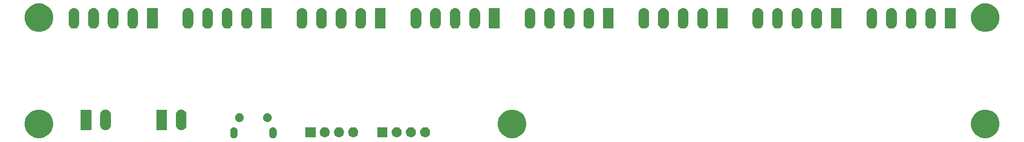
<source format=gbs>
G04 #@! TF.GenerationSoftware,KiCad,Pcbnew,(5.1.2)-2*
G04 #@! TF.CreationDate,2021-03-22T02:37:46-04:00*
G04 #@! TF.ProjectId,Repowered_Electronic_Load_Controller,5265706f-7765-4726-9564-5f456c656374,rev?*
G04 #@! TF.SameCoordinates,Original*
G04 #@! TF.FileFunction,Soldermask,Bot*
G04 #@! TF.FilePolarity,Negative*
%FSLAX46Y46*%
G04 Gerber Fmt 4.6, Leading zero omitted, Abs format (unit mm)*
G04 Created by KiCad (PCBNEW (5.1.2)-2) date 2021-03-22 02:37:46*
%MOMM*%
%LPD*%
G04 APERTURE LIST*
%ADD10C,0.100000*%
G04 APERTURE END LIST*
D10*
G36*
X87927618Y-97595920D02*
G01*
X87980748Y-97612037D01*
X88050336Y-97633146D01*
X88163425Y-97693594D01*
X88262554Y-97774946D01*
X88343906Y-97874075D01*
X88404354Y-97987164D01*
X88404585Y-97987926D01*
X88441580Y-98109882D01*
X88451000Y-98205527D01*
X88451000Y-98969473D01*
X88441580Y-99065118D01*
X88418808Y-99140186D01*
X88404354Y-99187836D01*
X88343906Y-99300925D01*
X88262554Y-99400053D01*
X88163424Y-99481406D01*
X88050335Y-99541854D01*
X88020184Y-99551000D01*
X87927617Y-99579080D01*
X87800000Y-99591649D01*
X87672382Y-99579080D01*
X87579815Y-99551000D01*
X87549664Y-99541854D01*
X87436575Y-99481406D01*
X87337447Y-99400054D01*
X87256094Y-99300924D01*
X87195646Y-99187835D01*
X87181192Y-99140185D01*
X87158420Y-99065117D01*
X87149000Y-98969472D01*
X87149000Y-98205527D01*
X87158420Y-98109882D01*
X87195645Y-97987168D01*
X87220608Y-97940466D01*
X87256095Y-97874075D01*
X87337447Y-97774946D01*
X87436576Y-97693594D01*
X87549665Y-97633146D01*
X87619253Y-97612037D01*
X87672383Y-97595920D01*
X87800000Y-97583351D01*
X87927618Y-97595920D01*
X87927618Y-97595920D01*
G37*
G36*
X94927617Y-97595920D02*
G01*
X94980747Y-97612037D01*
X95050335Y-97633146D01*
X95163424Y-97693594D01*
X95262554Y-97774947D01*
X95343906Y-97874075D01*
X95404354Y-97987164D01*
X95404585Y-97987926D01*
X95441580Y-98109882D01*
X95451000Y-98205527D01*
X95451000Y-98969473D01*
X95441580Y-99065118D01*
X95418808Y-99140186D01*
X95404354Y-99187836D01*
X95343906Y-99300925D01*
X95262554Y-99400054D01*
X95163425Y-99481406D01*
X95050336Y-99541854D01*
X95020185Y-99551000D01*
X94927618Y-99579080D01*
X94800000Y-99591649D01*
X94672383Y-99579080D01*
X94579816Y-99551000D01*
X94549665Y-99541854D01*
X94436576Y-99481406D01*
X94337447Y-99400054D01*
X94256095Y-99300925D01*
X94195648Y-99187837D01*
X94195645Y-99187832D01*
X94158420Y-99065118D01*
X94149000Y-98969473D01*
X94149000Y-98205528D01*
X94158420Y-98109883D01*
X94195645Y-97987169D01*
X94195646Y-97987165D01*
X94256094Y-97874076D01*
X94337447Y-97774946D01*
X94436575Y-97693594D01*
X94549664Y-97633146D01*
X94619252Y-97612037D01*
X94672382Y-97595920D01*
X94800000Y-97583351D01*
X94927617Y-97595920D01*
X94927617Y-97595920D01*
G37*
G36*
X138244098Y-94547033D02*
G01*
X138672030Y-94724288D01*
X138708352Y-94739333D01*
X139126168Y-95018509D01*
X139481491Y-95373832D01*
X139673470Y-95661149D01*
X139760668Y-95791650D01*
X139952967Y-96255902D01*
X140051000Y-96748747D01*
X140051000Y-97251253D01*
X139952967Y-97744098D01*
X139784423Y-98151000D01*
X139760667Y-98208352D01*
X139481491Y-98626168D01*
X139126168Y-98981491D01*
X138708352Y-99260667D01*
X138708351Y-99260668D01*
X138708350Y-99260668D01*
X138244098Y-99452967D01*
X137751253Y-99551000D01*
X137248747Y-99551000D01*
X136755902Y-99452967D01*
X136291650Y-99260668D01*
X136291649Y-99260668D01*
X136291648Y-99260667D01*
X135873832Y-98981491D01*
X135518509Y-98626168D01*
X135239333Y-98208352D01*
X135215577Y-98151000D01*
X135047033Y-97744098D01*
X134949000Y-97251253D01*
X134949000Y-96748747D01*
X135047033Y-96255902D01*
X135239332Y-95791650D01*
X135326530Y-95661149D01*
X135518509Y-95373832D01*
X135873832Y-95018509D01*
X136291648Y-94739333D01*
X136327970Y-94724288D01*
X136755902Y-94547033D01*
X137248747Y-94449000D01*
X137751253Y-94449000D01*
X138244098Y-94547033D01*
X138244098Y-94547033D01*
G37*
G36*
X53744098Y-94547033D02*
G01*
X54172030Y-94724288D01*
X54208352Y-94739333D01*
X54626168Y-95018509D01*
X54981491Y-95373832D01*
X55173470Y-95661149D01*
X55260668Y-95791650D01*
X55452967Y-96255902D01*
X55551000Y-96748747D01*
X55551000Y-97251253D01*
X55452967Y-97744098D01*
X55284423Y-98151000D01*
X55260667Y-98208352D01*
X54981491Y-98626168D01*
X54626168Y-98981491D01*
X54208352Y-99260667D01*
X54208351Y-99260668D01*
X54208350Y-99260668D01*
X53744098Y-99452967D01*
X53251253Y-99551000D01*
X52748747Y-99551000D01*
X52255902Y-99452967D01*
X51791650Y-99260668D01*
X51791649Y-99260668D01*
X51791648Y-99260667D01*
X51373832Y-98981491D01*
X51018509Y-98626168D01*
X50739333Y-98208352D01*
X50715577Y-98151000D01*
X50547033Y-97744098D01*
X50449000Y-97251253D01*
X50449000Y-96748747D01*
X50547033Y-96255902D01*
X50739332Y-95791650D01*
X50826530Y-95661149D01*
X51018509Y-95373832D01*
X51373832Y-95018509D01*
X51791648Y-94739333D01*
X51827970Y-94724288D01*
X52255902Y-94547033D01*
X52748747Y-94449000D01*
X53251253Y-94449000D01*
X53744098Y-94547033D01*
X53744098Y-94547033D01*
G37*
G36*
X222744098Y-94547033D02*
G01*
X223172030Y-94724288D01*
X223208352Y-94739333D01*
X223626168Y-95018509D01*
X223981491Y-95373832D01*
X224173470Y-95661149D01*
X224260668Y-95791650D01*
X224452967Y-96255902D01*
X224551000Y-96748747D01*
X224551000Y-97251253D01*
X224452967Y-97744098D01*
X224284423Y-98151000D01*
X224260667Y-98208352D01*
X223981491Y-98626168D01*
X223626168Y-98981491D01*
X223208352Y-99260667D01*
X223208351Y-99260668D01*
X223208350Y-99260668D01*
X222744098Y-99452967D01*
X222251253Y-99551000D01*
X221748747Y-99551000D01*
X221255902Y-99452967D01*
X220791650Y-99260668D01*
X220791649Y-99260668D01*
X220791648Y-99260667D01*
X220373832Y-98981491D01*
X220018509Y-98626168D01*
X219739333Y-98208352D01*
X219715577Y-98151000D01*
X219547033Y-97744098D01*
X219449000Y-97251253D01*
X219449000Y-96748747D01*
X219547033Y-96255902D01*
X219739332Y-95791650D01*
X219826530Y-95661149D01*
X220018509Y-95373832D01*
X220373832Y-95018509D01*
X220791648Y-94739333D01*
X220827970Y-94724288D01*
X221255902Y-94547033D01*
X221748747Y-94449000D01*
X222251253Y-94449000D01*
X222744098Y-94547033D01*
X222744098Y-94547033D01*
G37*
G36*
X106690443Y-97605519D02*
G01*
X106756627Y-97612037D01*
X106926466Y-97663557D01*
X107082991Y-97747222D01*
X107116773Y-97774946D01*
X107220186Y-97859814D01*
X107284654Y-97938370D01*
X107332778Y-97997009D01*
X107373601Y-98073382D01*
X107393113Y-98109886D01*
X107416443Y-98153534D01*
X107467963Y-98323373D01*
X107485359Y-98500000D01*
X107467963Y-98676627D01*
X107416443Y-98846466D01*
X107332778Y-99002991D01*
X107303448Y-99038729D01*
X107220186Y-99140186D01*
X107118729Y-99223448D01*
X107082991Y-99252778D01*
X106926466Y-99336443D01*
X106756627Y-99387963D01*
X106690442Y-99394482D01*
X106624260Y-99401000D01*
X106535740Y-99401000D01*
X106469558Y-99394482D01*
X106403373Y-99387963D01*
X106233534Y-99336443D01*
X106077009Y-99252778D01*
X106041271Y-99223448D01*
X105939814Y-99140186D01*
X105856552Y-99038729D01*
X105827222Y-99002991D01*
X105743557Y-98846466D01*
X105692037Y-98676627D01*
X105674641Y-98500000D01*
X105692037Y-98323373D01*
X105743557Y-98153534D01*
X105766888Y-98109886D01*
X105786399Y-98073382D01*
X105827222Y-97997009D01*
X105875346Y-97938370D01*
X105939814Y-97859814D01*
X106043227Y-97774946D01*
X106077009Y-97747222D01*
X106233534Y-97663557D01*
X106403373Y-97612037D01*
X106469557Y-97605519D01*
X106535740Y-97599000D01*
X106624260Y-97599000D01*
X106690443Y-97605519D01*
X106690443Y-97605519D01*
G37*
G36*
X119540443Y-97605519D02*
G01*
X119606627Y-97612037D01*
X119776466Y-97663557D01*
X119932991Y-97747222D01*
X119966773Y-97774946D01*
X120070186Y-97859814D01*
X120134654Y-97938370D01*
X120182778Y-97997009D01*
X120223601Y-98073382D01*
X120243113Y-98109886D01*
X120266443Y-98153534D01*
X120317963Y-98323373D01*
X120335359Y-98500000D01*
X120317963Y-98676627D01*
X120266443Y-98846466D01*
X120182778Y-99002991D01*
X120153448Y-99038729D01*
X120070186Y-99140186D01*
X119968729Y-99223448D01*
X119932991Y-99252778D01*
X119776466Y-99336443D01*
X119606627Y-99387963D01*
X119540442Y-99394482D01*
X119474260Y-99401000D01*
X119385740Y-99401000D01*
X119319558Y-99394482D01*
X119253373Y-99387963D01*
X119083534Y-99336443D01*
X118927009Y-99252778D01*
X118891271Y-99223448D01*
X118789814Y-99140186D01*
X118706552Y-99038729D01*
X118677222Y-99002991D01*
X118593557Y-98846466D01*
X118542037Y-98676627D01*
X118524641Y-98500000D01*
X118542037Y-98323373D01*
X118593557Y-98153534D01*
X118616888Y-98109886D01*
X118636399Y-98073382D01*
X118677222Y-97997009D01*
X118725346Y-97938370D01*
X118789814Y-97859814D01*
X118893227Y-97774946D01*
X118927009Y-97747222D01*
X119083534Y-97663557D01*
X119253373Y-97612037D01*
X119319557Y-97605519D01*
X119385740Y-97599000D01*
X119474260Y-97599000D01*
X119540443Y-97605519D01*
X119540443Y-97605519D01*
G37*
G36*
X122080443Y-97605519D02*
G01*
X122146627Y-97612037D01*
X122316466Y-97663557D01*
X122472991Y-97747222D01*
X122506773Y-97774946D01*
X122610186Y-97859814D01*
X122674654Y-97938370D01*
X122722778Y-97997009D01*
X122763601Y-98073382D01*
X122783113Y-98109886D01*
X122806443Y-98153534D01*
X122857963Y-98323373D01*
X122875359Y-98500000D01*
X122857963Y-98676627D01*
X122806443Y-98846466D01*
X122722778Y-99002991D01*
X122693448Y-99038729D01*
X122610186Y-99140186D01*
X122508729Y-99223448D01*
X122472991Y-99252778D01*
X122316466Y-99336443D01*
X122146627Y-99387963D01*
X122080442Y-99394482D01*
X122014260Y-99401000D01*
X121925740Y-99401000D01*
X121859558Y-99394482D01*
X121793373Y-99387963D01*
X121623534Y-99336443D01*
X121467009Y-99252778D01*
X121431271Y-99223448D01*
X121329814Y-99140186D01*
X121246552Y-99038729D01*
X121217222Y-99002991D01*
X121133557Y-98846466D01*
X121082037Y-98676627D01*
X121064641Y-98500000D01*
X121082037Y-98323373D01*
X121133557Y-98153534D01*
X121156888Y-98109886D01*
X121176399Y-98073382D01*
X121217222Y-97997009D01*
X121265346Y-97938370D01*
X121329814Y-97859814D01*
X121433227Y-97774946D01*
X121467009Y-97747222D01*
X121623534Y-97663557D01*
X121793373Y-97612037D01*
X121859557Y-97605519D01*
X121925740Y-97599000D01*
X122014260Y-97599000D01*
X122080443Y-97605519D01*
X122080443Y-97605519D01*
G37*
G36*
X117000443Y-97605519D02*
G01*
X117066627Y-97612037D01*
X117236466Y-97663557D01*
X117392991Y-97747222D01*
X117426773Y-97774946D01*
X117530186Y-97859814D01*
X117594654Y-97938370D01*
X117642778Y-97997009D01*
X117683601Y-98073382D01*
X117703113Y-98109886D01*
X117726443Y-98153534D01*
X117777963Y-98323373D01*
X117795359Y-98500000D01*
X117777963Y-98676627D01*
X117726443Y-98846466D01*
X117642778Y-99002991D01*
X117613448Y-99038729D01*
X117530186Y-99140186D01*
X117428729Y-99223448D01*
X117392991Y-99252778D01*
X117236466Y-99336443D01*
X117066627Y-99387963D01*
X117000442Y-99394482D01*
X116934260Y-99401000D01*
X116845740Y-99401000D01*
X116779558Y-99394482D01*
X116713373Y-99387963D01*
X116543534Y-99336443D01*
X116387009Y-99252778D01*
X116351271Y-99223448D01*
X116249814Y-99140186D01*
X116166552Y-99038729D01*
X116137222Y-99002991D01*
X116053557Y-98846466D01*
X116002037Y-98676627D01*
X115984641Y-98500000D01*
X116002037Y-98323373D01*
X116053557Y-98153534D01*
X116076888Y-98109886D01*
X116096399Y-98073382D01*
X116137222Y-97997009D01*
X116185346Y-97938370D01*
X116249814Y-97859814D01*
X116353227Y-97774946D01*
X116387009Y-97747222D01*
X116543534Y-97663557D01*
X116713373Y-97612037D01*
X116779557Y-97605519D01*
X116845740Y-97599000D01*
X116934260Y-97599000D01*
X117000443Y-97605519D01*
X117000443Y-97605519D01*
G37*
G36*
X115251000Y-99401000D02*
G01*
X113449000Y-99401000D01*
X113449000Y-97599000D01*
X115251000Y-97599000D01*
X115251000Y-99401000D01*
X115251000Y-99401000D01*
G37*
G36*
X109230443Y-97605519D02*
G01*
X109296627Y-97612037D01*
X109466466Y-97663557D01*
X109622991Y-97747222D01*
X109656773Y-97774946D01*
X109760186Y-97859814D01*
X109824654Y-97938370D01*
X109872778Y-97997009D01*
X109913601Y-98073382D01*
X109933113Y-98109886D01*
X109956443Y-98153534D01*
X110007963Y-98323373D01*
X110025359Y-98500000D01*
X110007963Y-98676627D01*
X109956443Y-98846466D01*
X109872778Y-99002991D01*
X109843448Y-99038729D01*
X109760186Y-99140186D01*
X109658729Y-99223448D01*
X109622991Y-99252778D01*
X109466466Y-99336443D01*
X109296627Y-99387963D01*
X109230442Y-99394482D01*
X109164260Y-99401000D01*
X109075740Y-99401000D01*
X109009558Y-99394482D01*
X108943373Y-99387963D01*
X108773534Y-99336443D01*
X108617009Y-99252778D01*
X108581271Y-99223448D01*
X108479814Y-99140186D01*
X108396552Y-99038729D01*
X108367222Y-99002991D01*
X108283557Y-98846466D01*
X108232037Y-98676627D01*
X108214641Y-98500000D01*
X108232037Y-98323373D01*
X108283557Y-98153534D01*
X108306888Y-98109886D01*
X108326399Y-98073382D01*
X108367222Y-97997009D01*
X108415346Y-97938370D01*
X108479814Y-97859814D01*
X108583227Y-97774946D01*
X108617009Y-97747222D01*
X108773534Y-97663557D01*
X108943373Y-97612037D01*
X109009557Y-97605519D01*
X109075740Y-97599000D01*
X109164260Y-97599000D01*
X109230443Y-97605519D01*
X109230443Y-97605519D01*
G37*
G36*
X104150443Y-97605519D02*
G01*
X104216627Y-97612037D01*
X104386466Y-97663557D01*
X104542991Y-97747222D01*
X104576773Y-97774946D01*
X104680186Y-97859814D01*
X104744654Y-97938370D01*
X104792778Y-97997009D01*
X104833601Y-98073382D01*
X104853113Y-98109886D01*
X104876443Y-98153534D01*
X104927963Y-98323373D01*
X104945359Y-98500000D01*
X104927963Y-98676627D01*
X104876443Y-98846466D01*
X104792778Y-99002991D01*
X104763448Y-99038729D01*
X104680186Y-99140186D01*
X104578729Y-99223448D01*
X104542991Y-99252778D01*
X104386466Y-99336443D01*
X104216627Y-99387963D01*
X104150442Y-99394482D01*
X104084260Y-99401000D01*
X103995740Y-99401000D01*
X103929558Y-99394482D01*
X103863373Y-99387963D01*
X103693534Y-99336443D01*
X103537009Y-99252778D01*
X103501271Y-99223448D01*
X103399814Y-99140186D01*
X103316552Y-99038729D01*
X103287222Y-99002991D01*
X103203557Y-98846466D01*
X103152037Y-98676627D01*
X103134641Y-98500000D01*
X103152037Y-98323373D01*
X103203557Y-98153534D01*
X103226888Y-98109886D01*
X103246399Y-98073382D01*
X103287222Y-97997009D01*
X103335346Y-97938370D01*
X103399814Y-97859814D01*
X103503227Y-97774946D01*
X103537009Y-97747222D01*
X103693534Y-97663557D01*
X103863373Y-97612037D01*
X103929557Y-97605519D01*
X103995740Y-97599000D01*
X104084260Y-97599000D01*
X104150443Y-97605519D01*
X104150443Y-97605519D01*
G37*
G36*
X102401000Y-99401000D02*
G01*
X100599000Y-99401000D01*
X100599000Y-97599000D01*
X102401000Y-97599000D01*
X102401000Y-99401000D01*
X102401000Y-99401000D01*
G37*
G36*
X65086424Y-94462760D02*
G01*
X65086427Y-94462761D01*
X65086428Y-94462761D01*
X65265692Y-94517140D01*
X65265695Y-94517142D01*
X65265696Y-94517142D01*
X65430903Y-94605446D01*
X65575712Y-94724288D01*
X65694554Y-94869097D01*
X65774416Y-95018509D01*
X65782860Y-95034307D01*
X65782860Y-95034308D01*
X65837240Y-95213575D01*
X65851000Y-95353282D01*
X65851000Y-97246718D01*
X65837240Y-97386425D01*
X65837239Y-97386428D01*
X65837239Y-97386429D01*
X65782860Y-97565693D01*
X65782858Y-97565696D01*
X65782858Y-97565697D01*
X65694554Y-97730903D01*
X65575712Y-97875712D01*
X65430903Y-97994554D01*
X65283425Y-98073382D01*
X65265693Y-98082860D01*
X65086429Y-98137239D01*
X65086428Y-98137239D01*
X65086425Y-98137240D01*
X64900000Y-98155601D01*
X64713576Y-98137240D01*
X64713573Y-98137239D01*
X64713572Y-98137239D01*
X64534308Y-98082860D01*
X64516576Y-98073382D01*
X64369098Y-97994554D01*
X64224289Y-97875712D01*
X64105447Y-97730903D01*
X64017143Y-97565697D01*
X64017143Y-97565696D01*
X64017141Y-97565693D01*
X63962762Y-97386429D01*
X63962762Y-97386428D01*
X63962761Y-97386425D01*
X63949000Y-97246717D01*
X63949000Y-95353283D01*
X63962760Y-95213576D01*
X63962761Y-95213572D01*
X64017140Y-95034308D01*
X64025585Y-95018509D01*
X64105446Y-94869097D01*
X64224288Y-94724288D01*
X64369097Y-94605446D01*
X64534303Y-94517142D01*
X64534304Y-94517142D01*
X64534307Y-94517140D01*
X64713571Y-94462761D01*
X64713572Y-94462761D01*
X64713575Y-94462760D01*
X64900000Y-94444399D01*
X65086424Y-94462760D01*
X65086424Y-94462760D01*
G37*
G36*
X78586424Y-94462760D02*
G01*
X78586427Y-94462761D01*
X78586428Y-94462761D01*
X78765692Y-94517140D01*
X78765695Y-94517142D01*
X78765696Y-94517142D01*
X78930903Y-94605446D01*
X79075712Y-94724288D01*
X79194554Y-94869097D01*
X79274416Y-95018509D01*
X79282860Y-95034307D01*
X79282860Y-95034308D01*
X79337240Y-95213575D01*
X79351000Y-95353282D01*
X79351000Y-97246718D01*
X79337240Y-97386425D01*
X79337239Y-97386428D01*
X79337239Y-97386429D01*
X79282860Y-97565693D01*
X79282858Y-97565696D01*
X79282858Y-97565697D01*
X79194554Y-97730903D01*
X79075712Y-97875712D01*
X78930903Y-97994554D01*
X78783425Y-98073382D01*
X78765693Y-98082860D01*
X78586429Y-98137239D01*
X78586428Y-98137239D01*
X78586425Y-98137240D01*
X78400000Y-98155601D01*
X78213576Y-98137240D01*
X78213573Y-98137239D01*
X78213572Y-98137239D01*
X78034308Y-98082860D01*
X78016576Y-98073382D01*
X77869098Y-97994554D01*
X77724289Y-97875712D01*
X77605447Y-97730903D01*
X77517143Y-97565697D01*
X77517143Y-97565696D01*
X77517141Y-97565693D01*
X77462762Y-97386429D01*
X77462762Y-97386428D01*
X77462761Y-97386425D01*
X77449000Y-97246717D01*
X77449000Y-95353283D01*
X77462760Y-95213576D01*
X77462761Y-95213572D01*
X77517140Y-95034308D01*
X77525585Y-95018509D01*
X77605446Y-94869097D01*
X77724288Y-94724288D01*
X77869097Y-94605446D01*
X78034303Y-94517142D01*
X78034304Y-94517142D01*
X78034307Y-94517140D01*
X78213571Y-94462761D01*
X78213572Y-94462761D01*
X78213575Y-94462760D01*
X78400000Y-94444399D01*
X78586424Y-94462760D01*
X78586424Y-94462760D01*
G37*
G36*
X62210915Y-94452934D02*
G01*
X62243424Y-94462795D01*
X62273382Y-94478809D01*
X62299641Y-94500359D01*
X62321191Y-94526618D01*
X62337205Y-94556576D01*
X62347066Y-94589085D01*
X62351000Y-94629029D01*
X62351000Y-97970971D01*
X62347066Y-98010915D01*
X62337205Y-98043424D01*
X62321191Y-98073382D01*
X62299641Y-98099641D01*
X62273382Y-98121191D01*
X62243424Y-98137205D01*
X62210915Y-98147066D01*
X62170971Y-98151000D01*
X60629029Y-98151000D01*
X60589085Y-98147066D01*
X60556576Y-98137205D01*
X60526618Y-98121191D01*
X60500359Y-98099641D01*
X60478809Y-98073382D01*
X60462795Y-98043424D01*
X60452934Y-98010915D01*
X60449000Y-97970971D01*
X60449000Y-94629029D01*
X60452934Y-94589085D01*
X60462795Y-94556576D01*
X60478809Y-94526618D01*
X60500359Y-94500359D01*
X60526618Y-94478809D01*
X60556576Y-94462795D01*
X60589085Y-94452934D01*
X60629029Y-94449000D01*
X62170971Y-94449000D01*
X62210915Y-94452934D01*
X62210915Y-94452934D01*
G37*
G36*
X75710915Y-94452934D02*
G01*
X75743424Y-94462795D01*
X75773382Y-94478809D01*
X75799641Y-94500359D01*
X75821191Y-94526618D01*
X75837205Y-94556576D01*
X75847066Y-94589085D01*
X75851000Y-94629029D01*
X75851000Y-97970971D01*
X75847066Y-98010915D01*
X75837205Y-98043424D01*
X75821191Y-98073382D01*
X75799641Y-98099641D01*
X75773382Y-98121191D01*
X75743424Y-98137205D01*
X75710915Y-98147066D01*
X75670971Y-98151000D01*
X74129029Y-98151000D01*
X74089085Y-98147066D01*
X74056576Y-98137205D01*
X74026618Y-98121191D01*
X74000359Y-98099641D01*
X73978809Y-98073382D01*
X73962795Y-98043424D01*
X73952934Y-98010915D01*
X73949000Y-97970971D01*
X73949000Y-94629029D01*
X73952934Y-94589085D01*
X73962795Y-94556576D01*
X73978809Y-94526618D01*
X74000359Y-94500359D01*
X74026618Y-94478809D01*
X74056576Y-94462795D01*
X74089085Y-94452934D01*
X74129029Y-94449000D01*
X75670971Y-94449000D01*
X75710915Y-94452934D01*
X75710915Y-94452934D01*
G37*
G36*
X89026348Y-95141320D02*
G01*
X89026350Y-95141321D01*
X89026351Y-95141321D01*
X89167574Y-95199817D01*
X89167577Y-95199819D01*
X89294669Y-95284739D01*
X89402761Y-95392831D01*
X89487681Y-95519923D01*
X89487683Y-95519926D01*
X89546179Y-95661149D01*
X89576000Y-95811071D01*
X89576000Y-95963929D01*
X89546179Y-96113851D01*
X89487683Y-96255074D01*
X89487681Y-96255077D01*
X89402761Y-96382169D01*
X89294669Y-96490261D01*
X89167577Y-96575181D01*
X89167574Y-96575183D01*
X89026351Y-96633679D01*
X89026350Y-96633679D01*
X89026348Y-96633680D01*
X88876431Y-96663500D01*
X88723569Y-96663500D01*
X88573652Y-96633680D01*
X88573650Y-96633679D01*
X88573649Y-96633679D01*
X88432426Y-96575183D01*
X88432423Y-96575181D01*
X88305331Y-96490261D01*
X88197239Y-96382169D01*
X88112319Y-96255077D01*
X88112317Y-96255074D01*
X88053821Y-96113851D01*
X88024000Y-95963929D01*
X88024000Y-95811071D01*
X88053821Y-95661149D01*
X88112317Y-95519926D01*
X88112319Y-95519923D01*
X88197239Y-95392831D01*
X88305331Y-95284739D01*
X88432423Y-95199819D01*
X88432426Y-95199817D01*
X88573649Y-95141321D01*
X88573650Y-95141321D01*
X88573652Y-95141320D01*
X88723569Y-95111500D01*
X88876431Y-95111500D01*
X89026348Y-95141320D01*
X89026348Y-95141320D01*
G37*
G36*
X94026348Y-95141320D02*
G01*
X94026350Y-95141321D01*
X94026351Y-95141321D01*
X94167574Y-95199817D01*
X94167577Y-95199819D01*
X94294669Y-95284739D01*
X94402761Y-95392831D01*
X94487681Y-95519923D01*
X94487683Y-95519926D01*
X94546179Y-95661149D01*
X94576000Y-95811071D01*
X94576000Y-95963929D01*
X94546179Y-96113851D01*
X94487683Y-96255074D01*
X94487681Y-96255077D01*
X94402761Y-96382169D01*
X94294669Y-96490261D01*
X94167577Y-96575181D01*
X94167574Y-96575183D01*
X94026351Y-96633679D01*
X94026350Y-96633679D01*
X94026348Y-96633680D01*
X93876431Y-96663500D01*
X93723569Y-96663500D01*
X93573652Y-96633680D01*
X93573650Y-96633679D01*
X93573649Y-96633679D01*
X93432426Y-96575183D01*
X93432423Y-96575181D01*
X93305331Y-96490261D01*
X93197239Y-96382169D01*
X93112319Y-96255077D01*
X93112317Y-96255074D01*
X93053821Y-96113851D01*
X93024000Y-95963929D01*
X93024000Y-95811071D01*
X93053821Y-95661149D01*
X93112317Y-95519926D01*
X93112319Y-95519923D01*
X93197239Y-95392831D01*
X93305331Y-95284739D01*
X93432423Y-95199819D01*
X93432426Y-95199817D01*
X93573649Y-95141321D01*
X93573650Y-95141321D01*
X93573652Y-95141320D01*
X93723569Y-95111500D01*
X93876431Y-95111500D01*
X94026348Y-95141320D01*
X94026348Y-95141320D01*
G37*
G36*
X222744098Y-75547033D02*
G01*
X223208350Y-75739332D01*
X223208352Y-75739333D01*
X223626168Y-76018509D01*
X223981491Y-76373832D01*
X224260667Y-76791648D01*
X224260668Y-76791650D01*
X224452967Y-77255902D01*
X224551000Y-77748747D01*
X224551000Y-78251253D01*
X224452967Y-78744098D01*
X224321407Y-79061713D01*
X224260667Y-79208352D01*
X223981491Y-79626168D01*
X223626168Y-79981491D01*
X223208352Y-80260667D01*
X223208351Y-80260668D01*
X223208350Y-80260668D01*
X222744098Y-80452967D01*
X222251253Y-80551000D01*
X221748747Y-80551000D01*
X221255902Y-80452967D01*
X220791650Y-80260668D01*
X220791649Y-80260668D01*
X220791648Y-80260667D01*
X220373832Y-79981491D01*
X220018509Y-79626168D01*
X219739333Y-79208352D01*
X219678593Y-79061713D01*
X219547033Y-78744098D01*
X219449000Y-78251253D01*
X219449000Y-77748747D01*
X219547033Y-77255902D01*
X219739332Y-76791650D01*
X219739333Y-76791648D01*
X220018509Y-76373832D01*
X220373832Y-76018509D01*
X220791648Y-75739333D01*
X220791650Y-75739332D01*
X221255902Y-75547033D01*
X221748747Y-75449000D01*
X222251253Y-75449000D01*
X222744098Y-75547033D01*
X222744098Y-75547033D01*
G37*
G36*
X53744098Y-75547033D02*
G01*
X54208350Y-75739332D01*
X54208352Y-75739333D01*
X54626168Y-76018509D01*
X54981491Y-76373832D01*
X55260667Y-76791648D01*
X55260668Y-76791650D01*
X55452967Y-77255902D01*
X55551000Y-77748747D01*
X55551000Y-78251253D01*
X55452967Y-78744098D01*
X55321407Y-79061713D01*
X55260667Y-79208352D01*
X54981491Y-79626168D01*
X54626168Y-79981491D01*
X54208352Y-80260667D01*
X54208351Y-80260668D01*
X54208350Y-80260668D01*
X53744098Y-80452967D01*
X53251253Y-80551000D01*
X52748747Y-80551000D01*
X52255902Y-80452967D01*
X51791650Y-80260668D01*
X51791649Y-80260668D01*
X51791648Y-80260667D01*
X51373832Y-79981491D01*
X51018509Y-79626168D01*
X50739333Y-79208352D01*
X50678593Y-79061713D01*
X50547033Y-78744098D01*
X50449000Y-78251253D01*
X50449000Y-77748747D01*
X50547033Y-77255902D01*
X50739332Y-76791650D01*
X50739333Y-76791648D01*
X51018509Y-76373832D01*
X51373832Y-76018509D01*
X51791648Y-75739333D01*
X51791650Y-75739332D01*
X52255902Y-75547033D01*
X52748747Y-75449000D01*
X53251253Y-75449000D01*
X53744098Y-75547033D01*
X53744098Y-75547033D01*
G37*
G36*
X208936425Y-76277760D02*
G01*
X208936428Y-76277761D01*
X208936429Y-76277761D01*
X209115693Y-76332140D01*
X209115696Y-76332142D01*
X209115697Y-76332142D01*
X209280903Y-76420446D01*
X209425712Y-76539288D01*
X209544554Y-76684097D01*
X209602042Y-76791650D01*
X209632860Y-76849307D01*
X209687239Y-77028571D01*
X209687240Y-77028575D01*
X209701000Y-77168282D01*
X209701000Y-79061718D01*
X209687240Y-79201425D01*
X209687239Y-79201428D01*
X209687239Y-79201429D01*
X209632860Y-79380693D01*
X209632858Y-79380696D01*
X209632858Y-79380697D01*
X209544554Y-79545903D01*
X209425712Y-79690712D01*
X209280903Y-79809554D01*
X209132964Y-79888628D01*
X209115692Y-79897860D01*
X208936428Y-79952239D01*
X208936427Y-79952239D01*
X208936424Y-79952240D01*
X208750000Y-79970601D01*
X208563575Y-79952240D01*
X208563572Y-79952239D01*
X208563571Y-79952239D01*
X208384307Y-79897860D01*
X208366575Y-79888382D01*
X208219097Y-79809554D01*
X208074288Y-79690712D01*
X207955446Y-79545903D01*
X207867142Y-79380696D01*
X207867141Y-79380693D01*
X207867140Y-79380692D01*
X207812761Y-79201428D01*
X207812761Y-79201427D01*
X207812760Y-79201424D01*
X207799000Y-79061717D01*
X207799000Y-77168283D01*
X207812761Y-77028575D01*
X207812762Y-77028571D01*
X207867141Y-76849307D01*
X207897959Y-76791650D01*
X207955447Y-76684097D01*
X208074289Y-76539288D01*
X208219098Y-76420446D01*
X208384304Y-76332142D01*
X208384305Y-76332142D01*
X208384308Y-76332140D01*
X208563572Y-76277761D01*
X208563573Y-76277761D01*
X208563576Y-76277760D01*
X208750000Y-76259399D01*
X208936425Y-76277760D01*
X208936425Y-76277760D01*
G37*
G36*
X147864993Y-76277760D02*
G01*
X147864996Y-76277761D01*
X147864997Y-76277761D01*
X148044261Y-76332140D01*
X148044264Y-76332142D01*
X148044265Y-76332142D01*
X148209471Y-76420446D01*
X148354280Y-76539288D01*
X148473122Y-76684097D01*
X148530610Y-76791650D01*
X148561428Y-76849307D01*
X148615807Y-77028571D01*
X148615808Y-77028575D01*
X148629568Y-77168282D01*
X148629568Y-79061718D01*
X148615808Y-79201425D01*
X148615807Y-79201428D01*
X148615807Y-79201429D01*
X148561428Y-79380693D01*
X148561426Y-79380696D01*
X148561426Y-79380697D01*
X148473122Y-79545903D01*
X148354280Y-79690712D01*
X148209471Y-79809554D01*
X148061532Y-79888628D01*
X148044260Y-79897860D01*
X147864996Y-79952239D01*
X147864995Y-79952239D01*
X147864992Y-79952240D01*
X147678568Y-79970601D01*
X147492143Y-79952240D01*
X147492140Y-79952239D01*
X147492139Y-79952239D01*
X147312875Y-79897860D01*
X147295143Y-79888382D01*
X147147665Y-79809554D01*
X147002856Y-79690712D01*
X146884014Y-79545903D01*
X146795710Y-79380696D01*
X146795709Y-79380693D01*
X146795708Y-79380692D01*
X146741329Y-79201428D01*
X146741329Y-79201427D01*
X146741328Y-79201424D01*
X146727568Y-79061717D01*
X146727568Y-77168283D01*
X146741329Y-77028575D01*
X146741330Y-77028571D01*
X146795709Y-76849307D01*
X146826527Y-76791650D01*
X146884015Y-76684097D01*
X147002857Y-76539288D01*
X147147666Y-76420446D01*
X147312872Y-76332142D01*
X147312873Y-76332142D01*
X147312876Y-76332140D01*
X147492140Y-76277761D01*
X147492141Y-76277761D01*
X147492144Y-76277760D01*
X147678568Y-76259399D01*
X147864993Y-76277760D01*
X147864993Y-76277760D01*
G37*
G36*
X205436425Y-76277760D02*
G01*
X205436428Y-76277761D01*
X205436429Y-76277761D01*
X205615693Y-76332140D01*
X205615696Y-76332142D01*
X205615697Y-76332142D01*
X205780903Y-76420446D01*
X205925712Y-76539288D01*
X206044554Y-76684097D01*
X206102042Y-76791650D01*
X206132860Y-76849307D01*
X206187239Y-77028571D01*
X206187240Y-77028575D01*
X206201000Y-77168282D01*
X206201000Y-79061718D01*
X206187240Y-79201425D01*
X206187239Y-79201428D01*
X206187239Y-79201429D01*
X206132860Y-79380693D01*
X206132858Y-79380696D01*
X206132858Y-79380697D01*
X206044554Y-79545903D01*
X205925712Y-79690712D01*
X205780903Y-79809554D01*
X205632964Y-79888628D01*
X205615692Y-79897860D01*
X205436428Y-79952239D01*
X205436427Y-79952239D01*
X205436424Y-79952240D01*
X205250000Y-79970601D01*
X205063575Y-79952240D01*
X205063572Y-79952239D01*
X205063571Y-79952239D01*
X204884307Y-79897860D01*
X204866575Y-79888382D01*
X204719097Y-79809554D01*
X204574288Y-79690712D01*
X204455446Y-79545903D01*
X204367142Y-79380696D01*
X204367141Y-79380693D01*
X204367140Y-79380692D01*
X204312761Y-79201428D01*
X204312761Y-79201427D01*
X204312760Y-79201424D01*
X204299000Y-79061717D01*
X204299000Y-77168283D01*
X204312761Y-77028575D01*
X204312762Y-77028571D01*
X204367141Y-76849307D01*
X204397959Y-76791650D01*
X204455447Y-76684097D01*
X204574289Y-76539288D01*
X204719098Y-76420446D01*
X204884304Y-76332142D01*
X204884305Y-76332142D01*
X204884308Y-76332140D01*
X205063572Y-76277761D01*
X205063573Y-76277761D01*
X205063576Y-76277760D01*
X205250000Y-76259399D01*
X205436425Y-76277760D01*
X205436425Y-76277760D01*
G37*
G36*
X201936425Y-76277760D02*
G01*
X201936428Y-76277761D01*
X201936429Y-76277761D01*
X202115693Y-76332140D01*
X202115696Y-76332142D01*
X202115697Y-76332142D01*
X202280903Y-76420446D01*
X202425712Y-76539288D01*
X202544554Y-76684097D01*
X202602042Y-76791650D01*
X202632860Y-76849307D01*
X202687239Y-77028571D01*
X202687240Y-77028575D01*
X202701000Y-77168282D01*
X202701000Y-79061718D01*
X202687240Y-79201425D01*
X202687239Y-79201428D01*
X202687239Y-79201429D01*
X202632860Y-79380693D01*
X202632858Y-79380696D01*
X202632858Y-79380697D01*
X202544554Y-79545903D01*
X202425712Y-79690712D01*
X202280903Y-79809554D01*
X202132964Y-79888628D01*
X202115692Y-79897860D01*
X201936428Y-79952239D01*
X201936427Y-79952239D01*
X201936424Y-79952240D01*
X201750000Y-79970601D01*
X201563575Y-79952240D01*
X201563572Y-79952239D01*
X201563571Y-79952239D01*
X201384307Y-79897860D01*
X201366575Y-79888382D01*
X201219097Y-79809554D01*
X201074288Y-79690712D01*
X200955446Y-79545903D01*
X200867142Y-79380696D01*
X200867141Y-79380693D01*
X200867140Y-79380692D01*
X200812761Y-79201428D01*
X200812761Y-79201427D01*
X200812760Y-79201424D01*
X200799000Y-79061717D01*
X200799000Y-77168283D01*
X200812761Y-77028575D01*
X200812762Y-77028571D01*
X200867141Y-76849307D01*
X200897959Y-76791650D01*
X200955447Y-76684097D01*
X201074289Y-76539288D01*
X201219098Y-76420446D01*
X201384304Y-76332142D01*
X201384305Y-76332142D01*
X201384308Y-76332140D01*
X201563572Y-76277761D01*
X201563573Y-76277761D01*
X201563576Y-76277760D01*
X201750000Y-76259399D01*
X201936425Y-76277760D01*
X201936425Y-76277760D01*
G37*
G36*
X192079277Y-76277760D02*
G01*
X192079280Y-76277761D01*
X192079281Y-76277761D01*
X192258545Y-76332140D01*
X192258548Y-76332142D01*
X192258549Y-76332142D01*
X192423755Y-76420446D01*
X192568564Y-76539288D01*
X192687406Y-76684097D01*
X192744894Y-76791650D01*
X192775712Y-76849307D01*
X192830091Y-77028571D01*
X192830092Y-77028575D01*
X192843852Y-77168282D01*
X192843852Y-79061718D01*
X192830092Y-79201425D01*
X192830091Y-79201428D01*
X192830091Y-79201429D01*
X192775712Y-79380693D01*
X192775710Y-79380696D01*
X192775710Y-79380697D01*
X192687406Y-79545903D01*
X192568564Y-79690712D01*
X192423755Y-79809554D01*
X192275816Y-79888628D01*
X192258544Y-79897860D01*
X192079280Y-79952239D01*
X192079279Y-79952239D01*
X192079276Y-79952240D01*
X191892852Y-79970601D01*
X191706427Y-79952240D01*
X191706424Y-79952239D01*
X191706423Y-79952239D01*
X191527159Y-79897860D01*
X191509427Y-79888382D01*
X191361949Y-79809554D01*
X191217140Y-79690712D01*
X191098298Y-79545903D01*
X191009994Y-79380696D01*
X191009993Y-79380693D01*
X191009992Y-79380692D01*
X190955613Y-79201428D01*
X190955613Y-79201427D01*
X190955612Y-79201424D01*
X190941852Y-79061717D01*
X190941852Y-77168283D01*
X190955613Y-77028575D01*
X190955614Y-77028571D01*
X191009993Y-76849307D01*
X191040811Y-76791650D01*
X191098299Y-76684097D01*
X191217141Y-76539288D01*
X191361950Y-76420446D01*
X191527156Y-76332142D01*
X191527157Y-76332142D01*
X191527160Y-76332140D01*
X191706424Y-76277761D01*
X191706425Y-76277761D01*
X191706428Y-76277760D01*
X191892852Y-76259399D01*
X192079277Y-76277760D01*
X192079277Y-76277760D01*
G37*
G36*
X188579277Y-76277760D02*
G01*
X188579280Y-76277761D01*
X188579281Y-76277761D01*
X188758545Y-76332140D01*
X188758548Y-76332142D01*
X188758549Y-76332142D01*
X188923755Y-76420446D01*
X189068564Y-76539288D01*
X189187406Y-76684097D01*
X189244894Y-76791650D01*
X189275712Y-76849307D01*
X189330091Y-77028571D01*
X189330092Y-77028575D01*
X189343852Y-77168282D01*
X189343852Y-79061718D01*
X189330092Y-79201425D01*
X189330091Y-79201428D01*
X189330091Y-79201429D01*
X189275712Y-79380693D01*
X189275710Y-79380696D01*
X189275710Y-79380697D01*
X189187406Y-79545903D01*
X189068564Y-79690712D01*
X188923755Y-79809554D01*
X188775816Y-79888628D01*
X188758544Y-79897860D01*
X188579280Y-79952239D01*
X188579279Y-79952239D01*
X188579276Y-79952240D01*
X188392852Y-79970601D01*
X188206427Y-79952240D01*
X188206424Y-79952239D01*
X188206423Y-79952239D01*
X188027159Y-79897860D01*
X188009427Y-79888382D01*
X187861949Y-79809554D01*
X187717140Y-79690712D01*
X187598298Y-79545903D01*
X187509994Y-79380696D01*
X187509993Y-79380693D01*
X187509992Y-79380692D01*
X187455613Y-79201428D01*
X187455613Y-79201427D01*
X187455612Y-79201424D01*
X187441852Y-79061717D01*
X187441852Y-77168283D01*
X187455613Y-77028575D01*
X187455614Y-77028571D01*
X187509993Y-76849307D01*
X187540811Y-76791650D01*
X187598299Y-76684097D01*
X187717141Y-76539288D01*
X187861950Y-76420446D01*
X188027156Y-76332142D01*
X188027157Y-76332142D01*
X188027160Y-76332140D01*
X188206424Y-76277761D01*
X188206425Y-76277761D01*
X188206428Y-76277760D01*
X188392852Y-76259399D01*
X188579277Y-76277760D01*
X188579277Y-76277760D01*
G37*
G36*
X185079277Y-76277760D02*
G01*
X185079280Y-76277761D01*
X185079281Y-76277761D01*
X185258545Y-76332140D01*
X185258548Y-76332142D01*
X185258549Y-76332142D01*
X185423755Y-76420446D01*
X185568564Y-76539288D01*
X185687406Y-76684097D01*
X185744894Y-76791650D01*
X185775712Y-76849307D01*
X185830091Y-77028571D01*
X185830092Y-77028575D01*
X185843852Y-77168282D01*
X185843852Y-79061718D01*
X185830092Y-79201425D01*
X185830091Y-79201428D01*
X185830091Y-79201429D01*
X185775712Y-79380693D01*
X185775710Y-79380696D01*
X185775710Y-79380697D01*
X185687406Y-79545903D01*
X185568564Y-79690712D01*
X185423755Y-79809554D01*
X185275816Y-79888628D01*
X185258544Y-79897860D01*
X185079280Y-79952239D01*
X185079279Y-79952239D01*
X185079276Y-79952240D01*
X184892852Y-79970601D01*
X184706427Y-79952240D01*
X184706424Y-79952239D01*
X184706423Y-79952239D01*
X184527159Y-79897860D01*
X184509427Y-79888382D01*
X184361949Y-79809554D01*
X184217140Y-79690712D01*
X184098298Y-79545903D01*
X184009994Y-79380696D01*
X184009993Y-79380693D01*
X184009992Y-79380692D01*
X183955613Y-79201428D01*
X183955613Y-79201427D01*
X183955612Y-79201424D01*
X183941852Y-79061717D01*
X183941852Y-77168283D01*
X183955613Y-77028575D01*
X183955614Y-77028571D01*
X184009993Y-76849307D01*
X184040811Y-76791650D01*
X184098299Y-76684097D01*
X184217141Y-76539288D01*
X184361950Y-76420446D01*
X184527156Y-76332142D01*
X184527157Y-76332142D01*
X184527160Y-76332140D01*
X184706424Y-76277761D01*
X184706425Y-76277761D01*
X184706428Y-76277760D01*
X184892852Y-76259399D01*
X185079277Y-76277760D01*
X185079277Y-76277760D01*
G37*
G36*
X110650709Y-76277760D02*
G01*
X110650712Y-76277761D01*
X110650713Y-76277761D01*
X110829977Y-76332140D01*
X110829980Y-76332142D01*
X110829981Y-76332142D01*
X110995187Y-76420446D01*
X111139996Y-76539288D01*
X111258838Y-76684097D01*
X111316326Y-76791650D01*
X111347144Y-76849307D01*
X111401523Y-77028571D01*
X111401524Y-77028575D01*
X111415284Y-77168282D01*
X111415284Y-79061718D01*
X111401524Y-79201425D01*
X111401523Y-79201428D01*
X111401523Y-79201429D01*
X111347144Y-79380693D01*
X111347142Y-79380696D01*
X111347142Y-79380697D01*
X111258838Y-79545903D01*
X111139996Y-79690712D01*
X110995187Y-79809554D01*
X110847248Y-79888628D01*
X110829976Y-79897860D01*
X110650712Y-79952239D01*
X110650711Y-79952239D01*
X110650708Y-79952240D01*
X110464284Y-79970601D01*
X110277859Y-79952240D01*
X110277856Y-79952239D01*
X110277855Y-79952239D01*
X110098591Y-79897860D01*
X110080859Y-79888382D01*
X109933381Y-79809554D01*
X109788572Y-79690712D01*
X109669730Y-79545903D01*
X109581426Y-79380696D01*
X109581425Y-79380693D01*
X109581424Y-79380692D01*
X109527045Y-79201428D01*
X109527045Y-79201427D01*
X109527044Y-79201424D01*
X109513284Y-79061717D01*
X109513284Y-77168283D01*
X109527045Y-77028575D01*
X109527046Y-77028571D01*
X109581425Y-76849307D01*
X109612243Y-76791650D01*
X109669731Y-76684097D01*
X109788573Y-76539288D01*
X109933382Y-76420446D01*
X110098588Y-76332142D01*
X110098589Y-76332142D01*
X110098592Y-76332140D01*
X110277856Y-76277761D01*
X110277857Y-76277761D01*
X110277860Y-76277760D01*
X110464284Y-76259399D01*
X110650709Y-76277760D01*
X110650709Y-76277760D01*
G37*
G36*
X66436425Y-76277760D02*
G01*
X66436428Y-76277761D01*
X66436429Y-76277761D01*
X66615693Y-76332140D01*
X66615696Y-76332142D01*
X66615697Y-76332142D01*
X66780903Y-76420446D01*
X66925712Y-76539288D01*
X67044554Y-76684097D01*
X67102042Y-76791650D01*
X67132860Y-76849307D01*
X67187239Y-77028571D01*
X67187240Y-77028575D01*
X67201000Y-77168282D01*
X67201000Y-79061718D01*
X67187240Y-79201425D01*
X67187239Y-79201428D01*
X67187239Y-79201429D01*
X67132860Y-79380693D01*
X67132858Y-79380696D01*
X67132858Y-79380697D01*
X67044554Y-79545903D01*
X66925712Y-79690712D01*
X66780903Y-79809554D01*
X66632964Y-79888628D01*
X66615692Y-79897860D01*
X66436428Y-79952239D01*
X66436427Y-79952239D01*
X66436424Y-79952240D01*
X66250000Y-79970601D01*
X66063575Y-79952240D01*
X66063572Y-79952239D01*
X66063571Y-79952239D01*
X65884307Y-79897860D01*
X65866575Y-79888382D01*
X65719097Y-79809554D01*
X65574288Y-79690712D01*
X65455446Y-79545903D01*
X65367142Y-79380696D01*
X65367141Y-79380693D01*
X65367140Y-79380692D01*
X65312761Y-79201428D01*
X65312761Y-79201427D01*
X65312760Y-79201424D01*
X65299000Y-79061717D01*
X65299000Y-77168283D01*
X65312761Y-77028575D01*
X65312762Y-77028571D01*
X65367141Y-76849307D01*
X65397959Y-76791650D01*
X65455447Y-76684097D01*
X65574289Y-76539288D01*
X65719098Y-76420446D01*
X65884304Y-76332142D01*
X65884305Y-76332142D01*
X65884308Y-76332140D01*
X66063572Y-76277761D01*
X66063573Y-76277761D01*
X66063576Y-76277760D01*
X66250000Y-76259399D01*
X66436425Y-76277760D01*
X66436425Y-76277760D01*
G37*
G36*
X62936425Y-76277760D02*
G01*
X62936428Y-76277761D01*
X62936429Y-76277761D01*
X63115693Y-76332140D01*
X63115696Y-76332142D01*
X63115697Y-76332142D01*
X63280903Y-76420446D01*
X63425712Y-76539288D01*
X63544554Y-76684097D01*
X63602042Y-76791650D01*
X63632860Y-76849307D01*
X63687239Y-77028571D01*
X63687240Y-77028575D01*
X63701000Y-77168282D01*
X63701000Y-79061718D01*
X63687240Y-79201425D01*
X63687239Y-79201428D01*
X63687239Y-79201429D01*
X63632860Y-79380693D01*
X63632858Y-79380696D01*
X63632858Y-79380697D01*
X63544554Y-79545903D01*
X63425712Y-79690712D01*
X63280903Y-79809554D01*
X63132964Y-79888628D01*
X63115692Y-79897860D01*
X62936428Y-79952239D01*
X62936427Y-79952239D01*
X62936424Y-79952240D01*
X62750000Y-79970601D01*
X62563575Y-79952240D01*
X62563572Y-79952239D01*
X62563571Y-79952239D01*
X62384307Y-79897860D01*
X62366575Y-79888382D01*
X62219097Y-79809554D01*
X62074288Y-79690712D01*
X61955446Y-79545903D01*
X61867142Y-79380696D01*
X61867141Y-79380693D01*
X61867140Y-79380692D01*
X61812761Y-79201428D01*
X61812761Y-79201427D01*
X61812760Y-79201424D01*
X61799000Y-79061717D01*
X61799000Y-77168283D01*
X61812761Y-77028575D01*
X61812762Y-77028571D01*
X61867141Y-76849307D01*
X61897959Y-76791650D01*
X61955447Y-76684097D01*
X62074289Y-76539288D01*
X62219098Y-76420446D01*
X62384304Y-76332142D01*
X62384305Y-76332142D01*
X62384308Y-76332140D01*
X62563572Y-76277761D01*
X62563573Y-76277761D01*
X62563576Y-76277760D01*
X62750000Y-76259399D01*
X62936425Y-76277760D01*
X62936425Y-76277760D01*
G37*
G36*
X59436425Y-76277760D02*
G01*
X59436428Y-76277761D01*
X59436429Y-76277761D01*
X59615693Y-76332140D01*
X59615696Y-76332142D01*
X59615697Y-76332142D01*
X59780903Y-76420446D01*
X59925712Y-76539288D01*
X60044554Y-76684097D01*
X60102042Y-76791650D01*
X60132860Y-76849307D01*
X60187239Y-77028571D01*
X60187240Y-77028575D01*
X60201000Y-77168282D01*
X60201000Y-79061718D01*
X60187240Y-79201425D01*
X60187239Y-79201428D01*
X60187239Y-79201429D01*
X60132860Y-79380693D01*
X60132858Y-79380696D01*
X60132858Y-79380697D01*
X60044554Y-79545903D01*
X59925712Y-79690712D01*
X59780903Y-79809554D01*
X59632964Y-79888628D01*
X59615692Y-79897860D01*
X59436428Y-79952239D01*
X59436427Y-79952239D01*
X59436424Y-79952240D01*
X59250000Y-79970601D01*
X59063575Y-79952240D01*
X59063572Y-79952239D01*
X59063571Y-79952239D01*
X58884307Y-79897860D01*
X58866575Y-79888382D01*
X58719097Y-79809554D01*
X58574288Y-79690712D01*
X58455446Y-79545903D01*
X58367142Y-79380696D01*
X58367141Y-79380693D01*
X58367140Y-79380692D01*
X58312761Y-79201428D01*
X58312761Y-79201427D01*
X58312760Y-79201424D01*
X58299000Y-79061717D01*
X58299000Y-77168283D01*
X58312761Y-77028575D01*
X58312762Y-77028571D01*
X58367141Y-76849307D01*
X58397959Y-76791650D01*
X58455447Y-76684097D01*
X58574289Y-76539288D01*
X58719098Y-76420446D01*
X58884304Y-76332142D01*
X58884305Y-76332142D01*
X58884308Y-76332140D01*
X59063572Y-76277761D01*
X59063573Y-76277761D01*
X59063576Y-76277760D01*
X59250000Y-76259399D01*
X59436425Y-76277760D01*
X59436425Y-76277760D01*
G37*
G36*
X90293567Y-76277760D02*
G01*
X90293570Y-76277761D01*
X90293571Y-76277761D01*
X90472835Y-76332140D01*
X90472838Y-76332142D01*
X90472839Y-76332142D01*
X90638045Y-76420446D01*
X90782854Y-76539288D01*
X90901696Y-76684097D01*
X90959184Y-76791650D01*
X90990002Y-76849307D01*
X91044381Y-77028571D01*
X91044382Y-77028575D01*
X91058142Y-77168282D01*
X91058142Y-79061718D01*
X91044382Y-79201425D01*
X91044381Y-79201428D01*
X91044381Y-79201429D01*
X90990002Y-79380693D01*
X90990000Y-79380696D01*
X90990000Y-79380697D01*
X90901696Y-79545903D01*
X90782854Y-79690712D01*
X90638045Y-79809554D01*
X90490106Y-79888628D01*
X90472834Y-79897860D01*
X90293570Y-79952239D01*
X90293569Y-79952239D01*
X90293566Y-79952240D01*
X90107142Y-79970601D01*
X89920717Y-79952240D01*
X89920714Y-79952239D01*
X89920713Y-79952239D01*
X89741449Y-79897860D01*
X89723717Y-79888382D01*
X89576239Y-79809554D01*
X89431430Y-79690712D01*
X89312588Y-79545903D01*
X89224284Y-79380696D01*
X89224283Y-79380693D01*
X89224282Y-79380692D01*
X89169903Y-79201428D01*
X89169903Y-79201427D01*
X89169902Y-79201424D01*
X89156142Y-79061717D01*
X89156142Y-77168283D01*
X89169903Y-77028575D01*
X89169904Y-77028571D01*
X89224283Y-76849307D01*
X89255101Y-76791650D01*
X89312589Y-76684097D01*
X89431431Y-76539288D01*
X89576240Y-76420446D01*
X89741446Y-76332142D01*
X89741447Y-76332142D01*
X89741450Y-76332140D01*
X89920714Y-76277761D01*
X89920715Y-76277761D01*
X89920718Y-76277760D01*
X90107142Y-76259399D01*
X90293567Y-76277760D01*
X90293567Y-76277760D01*
G37*
G36*
X86793567Y-76277760D02*
G01*
X86793570Y-76277761D01*
X86793571Y-76277761D01*
X86972835Y-76332140D01*
X86972838Y-76332142D01*
X86972839Y-76332142D01*
X87138045Y-76420446D01*
X87282854Y-76539288D01*
X87401696Y-76684097D01*
X87459184Y-76791650D01*
X87490002Y-76849307D01*
X87544381Y-77028571D01*
X87544382Y-77028575D01*
X87558142Y-77168282D01*
X87558142Y-79061718D01*
X87544382Y-79201425D01*
X87544381Y-79201428D01*
X87544381Y-79201429D01*
X87490002Y-79380693D01*
X87490000Y-79380696D01*
X87490000Y-79380697D01*
X87401696Y-79545903D01*
X87282854Y-79690712D01*
X87138045Y-79809554D01*
X86990106Y-79888628D01*
X86972834Y-79897860D01*
X86793570Y-79952239D01*
X86793569Y-79952239D01*
X86793566Y-79952240D01*
X86607142Y-79970601D01*
X86420717Y-79952240D01*
X86420714Y-79952239D01*
X86420713Y-79952239D01*
X86241449Y-79897860D01*
X86223717Y-79888382D01*
X86076239Y-79809554D01*
X85931430Y-79690712D01*
X85812588Y-79545903D01*
X85724284Y-79380696D01*
X85724283Y-79380693D01*
X85724282Y-79380692D01*
X85669903Y-79201428D01*
X85669903Y-79201427D01*
X85669902Y-79201424D01*
X85656142Y-79061717D01*
X85656142Y-77168283D01*
X85669903Y-77028575D01*
X85669904Y-77028571D01*
X85724283Y-76849307D01*
X85755101Y-76791650D01*
X85812589Y-76684097D01*
X85931431Y-76539288D01*
X86076240Y-76420446D01*
X86241446Y-76332142D01*
X86241447Y-76332142D01*
X86241450Y-76332140D01*
X86420714Y-76277761D01*
X86420715Y-76277761D01*
X86420718Y-76277760D01*
X86607142Y-76259399D01*
X86793567Y-76277760D01*
X86793567Y-76277760D01*
G37*
G36*
X83293567Y-76277760D02*
G01*
X83293570Y-76277761D01*
X83293571Y-76277761D01*
X83472835Y-76332140D01*
X83472838Y-76332142D01*
X83472839Y-76332142D01*
X83638045Y-76420446D01*
X83782854Y-76539288D01*
X83901696Y-76684097D01*
X83959184Y-76791650D01*
X83990002Y-76849307D01*
X84044381Y-77028571D01*
X84044382Y-77028575D01*
X84058142Y-77168282D01*
X84058142Y-79061718D01*
X84044382Y-79201425D01*
X84044381Y-79201428D01*
X84044381Y-79201429D01*
X83990002Y-79380693D01*
X83990000Y-79380696D01*
X83990000Y-79380697D01*
X83901696Y-79545903D01*
X83782854Y-79690712D01*
X83638045Y-79809554D01*
X83490106Y-79888628D01*
X83472834Y-79897860D01*
X83293570Y-79952239D01*
X83293569Y-79952239D01*
X83293566Y-79952240D01*
X83107142Y-79970601D01*
X82920717Y-79952240D01*
X82920714Y-79952239D01*
X82920713Y-79952239D01*
X82741449Y-79897860D01*
X82723717Y-79888382D01*
X82576239Y-79809554D01*
X82431430Y-79690712D01*
X82312588Y-79545903D01*
X82224284Y-79380696D01*
X82224283Y-79380693D01*
X82224282Y-79380692D01*
X82169903Y-79201428D01*
X82169903Y-79201427D01*
X82169902Y-79201424D01*
X82156142Y-79061717D01*
X82156142Y-77168283D01*
X82169903Y-77028575D01*
X82169904Y-77028571D01*
X82224283Y-76849307D01*
X82255101Y-76791650D01*
X82312589Y-76684097D01*
X82431431Y-76539288D01*
X82576240Y-76420446D01*
X82741446Y-76332142D01*
X82741447Y-76332142D01*
X82741450Y-76332140D01*
X82920714Y-76277761D01*
X82920715Y-76277761D01*
X82920718Y-76277760D01*
X83107142Y-76259399D01*
X83293567Y-76277760D01*
X83293567Y-76277760D01*
G37*
G36*
X79793567Y-76277760D02*
G01*
X79793570Y-76277761D01*
X79793571Y-76277761D01*
X79972835Y-76332140D01*
X79972838Y-76332142D01*
X79972839Y-76332142D01*
X80138045Y-76420446D01*
X80282854Y-76539288D01*
X80401696Y-76684097D01*
X80459184Y-76791650D01*
X80490002Y-76849307D01*
X80544381Y-77028571D01*
X80544382Y-77028575D01*
X80558142Y-77168282D01*
X80558142Y-79061718D01*
X80544382Y-79201425D01*
X80544381Y-79201428D01*
X80544381Y-79201429D01*
X80490002Y-79380693D01*
X80490000Y-79380696D01*
X80490000Y-79380697D01*
X80401696Y-79545903D01*
X80282854Y-79690712D01*
X80138045Y-79809554D01*
X79990106Y-79888628D01*
X79972834Y-79897860D01*
X79793570Y-79952239D01*
X79793569Y-79952239D01*
X79793566Y-79952240D01*
X79607142Y-79970601D01*
X79420717Y-79952240D01*
X79420714Y-79952239D01*
X79420713Y-79952239D01*
X79241449Y-79897860D01*
X79223717Y-79888382D01*
X79076239Y-79809554D01*
X78931430Y-79690712D01*
X78812588Y-79545903D01*
X78724284Y-79380696D01*
X78724283Y-79380693D01*
X78724282Y-79380692D01*
X78669903Y-79201428D01*
X78669903Y-79201427D01*
X78669902Y-79201424D01*
X78656142Y-79061717D01*
X78656142Y-77168283D01*
X78669903Y-77028575D01*
X78669904Y-77028571D01*
X78724283Y-76849307D01*
X78755101Y-76791650D01*
X78812589Y-76684097D01*
X78931431Y-76539288D01*
X79076240Y-76420446D01*
X79241446Y-76332142D01*
X79241447Y-76332142D01*
X79241450Y-76332140D01*
X79420714Y-76277761D01*
X79420715Y-76277761D01*
X79420718Y-76277760D01*
X79607142Y-76259399D01*
X79793567Y-76277760D01*
X79793567Y-76277760D01*
G37*
G36*
X181579277Y-76277760D02*
G01*
X181579280Y-76277761D01*
X181579281Y-76277761D01*
X181758545Y-76332140D01*
X181758548Y-76332142D01*
X181758549Y-76332142D01*
X181923755Y-76420446D01*
X182068564Y-76539288D01*
X182187406Y-76684097D01*
X182244894Y-76791650D01*
X182275712Y-76849307D01*
X182330091Y-77028571D01*
X182330092Y-77028575D01*
X182343852Y-77168282D01*
X182343852Y-79061718D01*
X182330092Y-79201425D01*
X182330091Y-79201428D01*
X182330091Y-79201429D01*
X182275712Y-79380693D01*
X182275710Y-79380696D01*
X182275710Y-79380697D01*
X182187406Y-79545903D01*
X182068564Y-79690712D01*
X181923755Y-79809554D01*
X181775816Y-79888628D01*
X181758544Y-79897860D01*
X181579280Y-79952239D01*
X181579279Y-79952239D01*
X181579276Y-79952240D01*
X181392852Y-79970601D01*
X181206427Y-79952240D01*
X181206424Y-79952239D01*
X181206423Y-79952239D01*
X181027159Y-79897860D01*
X181009427Y-79888382D01*
X180861949Y-79809554D01*
X180717140Y-79690712D01*
X180598298Y-79545903D01*
X180509994Y-79380696D01*
X180509993Y-79380693D01*
X180509992Y-79380692D01*
X180455613Y-79201428D01*
X180455613Y-79201427D01*
X180455612Y-79201424D01*
X180441852Y-79061717D01*
X180441852Y-77168283D01*
X180455613Y-77028575D01*
X180455614Y-77028571D01*
X180509993Y-76849307D01*
X180540811Y-76791650D01*
X180598299Y-76684097D01*
X180717141Y-76539288D01*
X180861950Y-76420446D01*
X181027156Y-76332142D01*
X181027157Y-76332142D01*
X181027160Y-76332140D01*
X181206424Y-76277761D01*
X181206425Y-76277761D01*
X181206428Y-76277760D01*
X181392852Y-76259399D01*
X181579277Y-76277760D01*
X181579277Y-76277760D01*
G37*
G36*
X69936425Y-76277760D02*
G01*
X69936428Y-76277761D01*
X69936429Y-76277761D01*
X70115693Y-76332140D01*
X70115696Y-76332142D01*
X70115697Y-76332142D01*
X70280903Y-76420446D01*
X70425712Y-76539288D01*
X70544554Y-76684097D01*
X70602042Y-76791650D01*
X70632860Y-76849307D01*
X70687239Y-77028571D01*
X70687240Y-77028575D01*
X70701000Y-77168282D01*
X70701000Y-79061718D01*
X70687240Y-79201425D01*
X70687239Y-79201428D01*
X70687239Y-79201429D01*
X70632860Y-79380693D01*
X70632858Y-79380696D01*
X70632858Y-79380697D01*
X70544554Y-79545903D01*
X70425712Y-79690712D01*
X70280903Y-79809554D01*
X70132964Y-79888628D01*
X70115692Y-79897860D01*
X69936428Y-79952239D01*
X69936427Y-79952239D01*
X69936424Y-79952240D01*
X69750000Y-79970601D01*
X69563575Y-79952240D01*
X69563572Y-79952239D01*
X69563571Y-79952239D01*
X69384307Y-79897860D01*
X69366575Y-79888382D01*
X69219097Y-79809554D01*
X69074288Y-79690712D01*
X68955446Y-79545903D01*
X68867142Y-79380696D01*
X68867141Y-79380693D01*
X68867140Y-79380692D01*
X68812761Y-79201428D01*
X68812761Y-79201427D01*
X68812760Y-79201424D01*
X68799000Y-79061717D01*
X68799000Y-77168283D01*
X68812761Y-77028575D01*
X68812762Y-77028571D01*
X68867141Y-76849307D01*
X68897959Y-76791650D01*
X68955447Y-76684097D01*
X69074289Y-76539288D01*
X69219098Y-76420446D01*
X69384304Y-76332142D01*
X69384305Y-76332142D01*
X69384308Y-76332140D01*
X69563572Y-76277761D01*
X69563573Y-76277761D01*
X69563576Y-76277760D01*
X69750000Y-76259399D01*
X69936425Y-76277760D01*
X69936425Y-76277760D01*
G37*
G36*
X124007851Y-76277760D02*
G01*
X124007854Y-76277761D01*
X124007855Y-76277761D01*
X124187119Y-76332140D01*
X124187122Y-76332142D01*
X124187123Y-76332142D01*
X124352329Y-76420446D01*
X124497138Y-76539288D01*
X124615980Y-76684097D01*
X124673468Y-76791650D01*
X124704286Y-76849307D01*
X124758665Y-77028571D01*
X124758666Y-77028575D01*
X124772426Y-77168282D01*
X124772426Y-79061718D01*
X124758666Y-79201425D01*
X124758665Y-79201428D01*
X124758665Y-79201429D01*
X124704286Y-79380693D01*
X124704284Y-79380696D01*
X124704284Y-79380697D01*
X124615980Y-79545903D01*
X124497138Y-79690712D01*
X124352329Y-79809554D01*
X124204390Y-79888628D01*
X124187118Y-79897860D01*
X124007854Y-79952239D01*
X124007853Y-79952239D01*
X124007850Y-79952240D01*
X123821426Y-79970601D01*
X123635001Y-79952240D01*
X123634998Y-79952239D01*
X123634997Y-79952239D01*
X123455733Y-79897860D01*
X123438001Y-79888382D01*
X123290523Y-79809554D01*
X123145714Y-79690712D01*
X123026872Y-79545903D01*
X122938568Y-79380696D01*
X122938567Y-79380693D01*
X122938566Y-79380692D01*
X122884187Y-79201428D01*
X122884187Y-79201427D01*
X122884186Y-79201424D01*
X122870426Y-79061717D01*
X122870426Y-77168283D01*
X122884187Y-77028575D01*
X122884188Y-77028571D01*
X122938567Y-76849307D01*
X122969385Y-76791650D01*
X123026873Y-76684097D01*
X123145715Y-76539288D01*
X123290524Y-76420446D01*
X123455730Y-76332142D01*
X123455731Y-76332142D01*
X123455734Y-76332140D01*
X123634998Y-76277761D01*
X123634999Y-76277761D01*
X123635002Y-76277760D01*
X123821426Y-76259399D01*
X124007851Y-76277760D01*
X124007851Y-76277760D01*
G37*
G36*
X107150709Y-76277760D02*
G01*
X107150712Y-76277761D01*
X107150713Y-76277761D01*
X107329977Y-76332140D01*
X107329980Y-76332142D01*
X107329981Y-76332142D01*
X107495187Y-76420446D01*
X107639996Y-76539288D01*
X107758838Y-76684097D01*
X107816326Y-76791650D01*
X107847144Y-76849307D01*
X107901523Y-77028571D01*
X107901524Y-77028575D01*
X107915284Y-77168282D01*
X107915284Y-79061718D01*
X107901524Y-79201425D01*
X107901523Y-79201428D01*
X107901523Y-79201429D01*
X107847144Y-79380693D01*
X107847142Y-79380696D01*
X107847142Y-79380697D01*
X107758838Y-79545903D01*
X107639996Y-79690712D01*
X107495187Y-79809554D01*
X107347248Y-79888628D01*
X107329976Y-79897860D01*
X107150712Y-79952239D01*
X107150711Y-79952239D01*
X107150708Y-79952240D01*
X106964284Y-79970601D01*
X106777859Y-79952240D01*
X106777856Y-79952239D01*
X106777855Y-79952239D01*
X106598591Y-79897860D01*
X106580859Y-79888382D01*
X106433381Y-79809554D01*
X106288572Y-79690712D01*
X106169730Y-79545903D01*
X106081426Y-79380696D01*
X106081425Y-79380693D01*
X106081424Y-79380692D01*
X106027045Y-79201428D01*
X106027045Y-79201427D01*
X106027044Y-79201424D01*
X106013284Y-79061717D01*
X106013284Y-77168283D01*
X106027045Y-77028575D01*
X106027046Y-77028571D01*
X106081425Y-76849307D01*
X106112243Y-76791650D01*
X106169731Y-76684097D01*
X106288573Y-76539288D01*
X106433382Y-76420446D01*
X106598588Y-76332142D01*
X106598589Y-76332142D01*
X106598592Y-76332140D01*
X106777856Y-76277761D01*
X106777857Y-76277761D01*
X106777860Y-76277760D01*
X106964284Y-76259399D01*
X107150709Y-76277760D01*
X107150709Y-76277760D01*
G37*
G36*
X127507851Y-76277760D02*
G01*
X127507854Y-76277761D01*
X127507855Y-76277761D01*
X127687119Y-76332140D01*
X127687122Y-76332142D01*
X127687123Y-76332142D01*
X127852329Y-76420446D01*
X127997138Y-76539288D01*
X128115980Y-76684097D01*
X128173468Y-76791650D01*
X128204286Y-76849307D01*
X128258665Y-77028571D01*
X128258666Y-77028575D01*
X128272426Y-77168282D01*
X128272426Y-79061718D01*
X128258666Y-79201425D01*
X128258665Y-79201428D01*
X128258665Y-79201429D01*
X128204286Y-79380693D01*
X128204284Y-79380696D01*
X128204284Y-79380697D01*
X128115980Y-79545903D01*
X127997138Y-79690712D01*
X127852329Y-79809554D01*
X127704390Y-79888628D01*
X127687118Y-79897860D01*
X127507854Y-79952239D01*
X127507853Y-79952239D01*
X127507850Y-79952240D01*
X127321426Y-79970601D01*
X127135001Y-79952240D01*
X127134998Y-79952239D01*
X127134997Y-79952239D01*
X126955733Y-79897860D01*
X126938001Y-79888382D01*
X126790523Y-79809554D01*
X126645714Y-79690712D01*
X126526872Y-79545903D01*
X126438568Y-79380696D01*
X126438567Y-79380693D01*
X126438566Y-79380692D01*
X126384187Y-79201428D01*
X126384187Y-79201427D01*
X126384186Y-79201424D01*
X126370426Y-79061717D01*
X126370426Y-77168283D01*
X126384187Y-77028575D01*
X126384188Y-77028571D01*
X126438567Y-76849307D01*
X126469385Y-76791650D01*
X126526873Y-76684097D01*
X126645715Y-76539288D01*
X126790524Y-76420446D01*
X126955730Y-76332142D01*
X126955731Y-76332142D01*
X126955734Y-76332140D01*
X127134998Y-76277761D01*
X127134999Y-76277761D01*
X127135002Y-76277760D01*
X127321426Y-76259399D01*
X127507851Y-76277760D01*
X127507851Y-76277760D01*
G37*
G36*
X131007851Y-76277760D02*
G01*
X131007854Y-76277761D01*
X131007855Y-76277761D01*
X131187119Y-76332140D01*
X131187122Y-76332142D01*
X131187123Y-76332142D01*
X131352329Y-76420446D01*
X131497138Y-76539288D01*
X131615980Y-76684097D01*
X131673468Y-76791650D01*
X131704286Y-76849307D01*
X131758665Y-77028571D01*
X131758666Y-77028575D01*
X131772426Y-77168282D01*
X131772426Y-79061718D01*
X131758666Y-79201425D01*
X131758665Y-79201428D01*
X131758665Y-79201429D01*
X131704286Y-79380693D01*
X131704284Y-79380696D01*
X131704284Y-79380697D01*
X131615980Y-79545903D01*
X131497138Y-79690712D01*
X131352329Y-79809554D01*
X131204390Y-79888628D01*
X131187118Y-79897860D01*
X131007854Y-79952239D01*
X131007853Y-79952239D01*
X131007850Y-79952240D01*
X130821426Y-79970601D01*
X130635001Y-79952240D01*
X130634998Y-79952239D01*
X130634997Y-79952239D01*
X130455733Y-79897860D01*
X130438001Y-79888382D01*
X130290523Y-79809554D01*
X130145714Y-79690712D01*
X130026872Y-79545903D01*
X129938568Y-79380696D01*
X129938567Y-79380693D01*
X129938566Y-79380692D01*
X129884187Y-79201428D01*
X129884187Y-79201427D01*
X129884186Y-79201424D01*
X129870426Y-79061717D01*
X129870426Y-77168283D01*
X129884187Y-77028575D01*
X129884188Y-77028571D01*
X129938567Y-76849307D01*
X129969385Y-76791650D01*
X130026873Y-76684097D01*
X130145715Y-76539288D01*
X130290524Y-76420446D01*
X130455730Y-76332142D01*
X130455731Y-76332142D01*
X130455734Y-76332140D01*
X130634998Y-76277761D01*
X130634999Y-76277761D01*
X130635002Y-76277760D01*
X130821426Y-76259399D01*
X131007851Y-76277760D01*
X131007851Y-76277760D01*
G37*
G36*
X100150709Y-76277760D02*
G01*
X100150712Y-76277761D01*
X100150713Y-76277761D01*
X100329977Y-76332140D01*
X100329980Y-76332142D01*
X100329981Y-76332142D01*
X100495187Y-76420446D01*
X100639996Y-76539288D01*
X100758838Y-76684097D01*
X100816326Y-76791650D01*
X100847144Y-76849307D01*
X100901523Y-77028571D01*
X100901524Y-77028575D01*
X100915284Y-77168282D01*
X100915284Y-79061718D01*
X100901524Y-79201425D01*
X100901523Y-79201428D01*
X100901523Y-79201429D01*
X100847144Y-79380693D01*
X100847142Y-79380696D01*
X100847142Y-79380697D01*
X100758838Y-79545903D01*
X100639996Y-79690712D01*
X100495187Y-79809554D01*
X100347248Y-79888628D01*
X100329976Y-79897860D01*
X100150712Y-79952239D01*
X100150711Y-79952239D01*
X100150708Y-79952240D01*
X99964284Y-79970601D01*
X99777859Y-79952240D01*
X99777856Y-79952239D01*
X99777855Y-79952239D01*
X99598591Y-79897860D01*
X99580859Y-79888382D01*
X99433381Y-79809554D01*
X99288572Y-79690712D01*
X99169730Y-79545903D01*
X99081426Y-79380696D01*
X99081425Y-79380693D01*
X99081424Y-79380692D01*
X99027045Y-79201428D01*
X99027045Y-79201427D01*
X99027044Y-79201424D01*
X99013284Y-79061717D01*
X99013284Y-77168283D01*
X99027045Y-77028575D01*
X99027046Y-77028571D01*
X99081425Y-76849307D01*
X99112243Y-76791650D01*
X99169731Y-76684097D01*
X99288573Y-76539288D01*
X99433382Y-76420446D01*
X99598588Y-76332142D01*
X99598589Y-76332142D01*
X99598592Y-76332140D01*
X99777856Y-76277761D01*
X99777857Y-76277761D01*
X99777860Y-76277760D01*
X99964284Y-76259399D01*
X100150709Y-76277760D01*
X100150709Y-76277760D01*
G37*
G36*
X103650709Y-76277760D02*
G01*
X103650712Y-76277761D01*
X103650713Y-76277761D01*
X103829977Y-76332140D01*
X103829980Y-76332142D01*
X103829981Y-76332142D01*
X103995187Y-76420446D01*
X104139996Y-76539288D01*
X104258838Y-76684097D01*
X104316326Y-76791650D01*
X104347144Y-76849307D01*
X104401523Y-77028571D01*
X104401524Y-77028575D01*
X104415284Y-77168282D01*
X104415284Y-79061718D01*
X104401524Y-79201425D01*
X104401523Y-79201428D01*
X104401523Y-79201429D01*
X104347144Y-79380693D01*
X104347142Y-79380696D01*
X104347142Y-79380697D01*
X104258838Y-79545903D01*
X104139996Y-79690712D01*
X103995187Y-79809554D01*
X103847248Y-79888628D01*
X103829976Y-79897860D01*
X103650712Y-79952239D01*
X103650711Y-79952239D01*
X103650708Y-79952240D01*
X103464284Y-79970601D01*
X103277859Y-79952240D01*
X103277856Y-79952239D01*
X103277855Y-79952239D01*
X103098591Y-79897860D01*
X103080859Y-79888382D01*
X102933381Y-79809554D01*
X102788572Y-79690712D01*
X102669730Y-79545903D01*
X102581426Y-79380696D01*
X102581425Y-79380693D01*
X102581424Y-79380692D01*
X102527045Y-79201428D01*
X102527045Y-79201427D01*
X102527044Y-79201424D01*
X102513284Y-79061717D01*
X102513284Y-77168283D01*
X102527045Y-77028575D01*
X102527046Y-77028571D01*
X102581425Y-76849307D01*
X102612243Y-76791650D01*
X102669731Y-76684097D01*
X102788573Y-76539288D01*
X102933382Y-76420446D01*
X103098588Y-76332142D01*
X103098589Y-76332142D01*
X103098592Y-76332140D01*
X103277856Y-76277761D01*
X103277857Y-76277761D01*
X103277860Y-76277760D01*
X103464284Y-76259399D01*
X103650709Y-76277760D01*
X103650709Y-76277760D01*
G37*
G36*
X161222135Y-76277760D02*
G01*
X161222138Y-76277761D01*
X161222139Y-76277761D01*
X161401403Y-76332140D01*
X161401406Y-76332142D01*
X161401407Y-76332142D01*
X161566613Y-76420446D01*
X161711422Y-76539288D01*
X161830264Y-76684097D01*
X161887752Y-76791650D01*
X161918570Y-76849307D01*
X161972949Y-77028571D01*
X161972950Y-77028575D01*
X161986710Y-77168282D01*
X161986710Y-79061718D01*
X161972950Y-79201425D01*
X161972949Y-79201428D01*
X161972949Y-79201429D01*
X161918570Y-79380693D01*
X161918568Y-79380696D01*
X161918568Y-79380697D01*
X161830264Y-79545903D01*
X161711422Y-79690712D01*
X161566613Y-79809554D01*
X161418674Y-79888628D01*
X161401402Y-79897860D01*
X161222138Y-79952239D01*
X161222137Y-79952239D01*
X161222134Y-79952240D01*
X161035710Y-79970601D01*
X160849285Y-79952240D01*
X160849282Y-79952239D01*
X160849281Y-79952239D01*
X160670017Y-79897860D01*
X160652285Y-79888382D01*
X160504807Y-79809554D01*
X160359998Y-79690712D01*
X160241156Y-79545903D01*
X160152852Y-79380696D01*
X160152851Y-79380693D01*
X160152850Y-79380692D01*
X160098471Y-79201428D01*
X160098471Y-79201427D01*
X160098470Y-79201424D01*
X160084710Y-79061717D01*
X160084710Y-77168283D01*
X160098471Y-77028575D01*
X160098472Y-77028571D01*
X160152851Y-76849307D01*
X160183669Y-76791650D01*
X160241157Y-76684097D01*
X160359999Y-76539288D01*
X160504808Y-76420446D01*
X160670014Y-76332142D01*
X160670015Y-76332142D01*
X160670018Y-76332140D01*
X160849282Y-76277761D01*
X160849283Y-76277761D01*
X160849286Y-76277760D01*
X161035710Y-76259399D01*
X161222135Y-76277760D01*
X161222135Y-76277760D01*
G37*
G36*
X120507851Y-76277760D02*
G01*
X120507854Y-76277761D01*
X120507855Y-76277761D01*
X120687119Y-76332140D01*
X120687122Y-76332142D01*
X120687123Y-76332142D01*
X120852329Y-76420446D01*
X120997138Y-76539288D01*
X121115980Y-76684097D01*
X121173468Y-76791650D01*
X121204286Y-76849307D01*
X121258665Y-77028571D01*
X121258666Y-77028575D01*
X121272426Y-77168282D01*
X121272426Y-79061718D01*
X121258666Y-79201425D01*
X121258665Y-79201428D01*
X121258665Y-79201429D01*
X121204286Y-79380693D01*
X121204284Y-79380696D01*
X121204284Y-79380697D01*
X121115980Y-79545903D01*
X120997138Y-79690712D01*
X120852329Y-79809554D01*
X120704390Y-79888628D01*
X120687118Y-79897860D01*
X120507854Y-79952239D01*
X120507853Y-79952239D01*
X120507850Y-79952240D01*
X120321426Y-79970601D01*
X120135001Y-79952240D01*
X120134998Y-79952239D01*
X120134997Y-79952239D01*
X119955733Y-79897860D01*
X119938001Y-79888382D01*
X119790523Y-79809554D01*
X119645714Y-79690712D01*
X119526872Y-79545903D01*
X119438568Y-79380696D01*
X119438567Y-79380693D01*
X119438566Y-79380692D01*
X119384187Y-79201428D01*
X119384187Y-79201427D01*
X119384186Y-79201424D01*
X119370426Y-79061717D01*
X119370426Y-77168283D01*
X119384187Y-77028575D01*
X119384188Y-77028571D01*
X119438567Y-76849307D01*
X119469385Y-76791650D01*
X119526873Y-76684097D01*
X119645715Y-76539288D01*
X119790524Y-76420446D01*
X119955730Y-76332142D01*
X119955731Y-76332142D01*
X119955734Y-76332140D01*
X120134998Y-76277761D01*
X120134999Y-76277761D01*
X120135002Y-76277760D01*
X120321426Y-76259399D01*
X120507851Y-76277760D01*
X120507851Y-76277760D01*
G37*
G36*
X151364993Y-76277760D02*
G01*
X151364996Y-76277761D01*
X151364997Y-76277761D01*
X151544261Y-76332140D01*
X151544264Y-76332142D01*
X151544265Y-76332142D01*
X151709471Y-76420446D01*
X151854280Y-76539288D01*
X151973122Y-76684097D01*
X152030610Y-76791650D01*
X152061428Y-76849307D01*
X152115807Y-77028571D01*
X152115808Y-77028575D01*
X152129568Y-77168282D01*
X152129568Y-79061718D01*
X152115808Y-79201425D01*
X152115807Y-79201428D01*
X152115807Y-79201429D01*
X152061428Y-79380693D01*
X152061426Y-79380696D01*
X152061426Y-79380697D01*
X151973122Y-79545903D01*
X151854280Y-79690712D01*
X151709471Y-79809554D01*
X151561532Y-79888628D01*
X151544260Y-79897860D01*
X151364996Y-79952239D01*
X151364995Y-79952239D01*
X151364992Y-79952240D01*
X151178568Y-79970601D01*
X150992143Y-79952240D01*
X150992140Y-79952239D01*
X150992139Y-79952239D01*
X150812875Y-79897860D01*
X150795143Y-79888382D01*
X150647665Y-79809554D01*
X150502856Y-79690712D01*
X150384014Y-79545903D01*
X150295710Y-79380696D01*
X150295709Y-79380693D01*
X150295708Y-79380692D01*
X150241329Y-79201428D01*
X150241329Y-79201427D01*
X150241328Y-79201424D01*
X150227568Y-79061717D01*
X150227568Y-77168283D01*
X150241329Y-77028575D01*
X150241330Y-77028571D01*
X150295709Y-76849307D01*
X150326527Y-76791650D01*
X150384015Y-76684097D01*
X150502857Y-76539288D01*
X150647666Y-76420446D01*
X150812872Y-76332142D01*
X150812873Y-76332142D01*
X150812876Y-76332140D01*
X150992140Y-76277761D01*
X150992141Y-76277761D01*
X150992144Y-76277760D01*
X151178568Y-76259399D01*
X151364993Y-76277760D01*
X151364993Y-76277760D01*
G37*
G36*
X144364993Y-76277760D02*
G01*
X144364996Y-76277761D01*
X144364997Y-76277761D01*
X144544261Y-76332140D01*
X144544264Y-76332142D01*
X144544265Y-76332142D01*
X144709471Y-76420446D01*
X144854280Y-76539288D01*
X144973122Y-76684097D01*
X145030610Y-76791650D01*
X145061428Y-76849307D01*
X145115807Y-77028571D01*
X145115808Y-77028575D01*
X145129568Y-77168282D01*
X145129568Y-79061718D01*
X145115808Y-79201425D01*
X145115807Y-79201428D01*
X145115807Y-79201429D01*
X145061428Y-79380693D01*
X145061426Y-79380696D01*
X145061426Y-79380697D01*
X144973122Y-79545903D01*
X144854280Y-79690712D01*
X144709471Y-79809554D01*
X144561532Y-79888628D01*
X144544260Y-79897860D01*
X144364996Y-79952239D01*
X144364995Y-79952239D01*
X144364992Y-79952240D01*
X144178568Y-79970601D01*
X143992143Y-79952240D01*
X143992140Y-79952239D01*
X143992139Y-79952239D01*
X143812875Y-79897860D01*
X143795143Y-79888382D01*
X143647665Y-79809554D01*
X143502856Y-79690712D01*
X143384014Y-79545903D01*
X143295710Y-79380696D01*
X143295709Y-79380693D01*
X143295708Y-79380692D01*
X143241329Y-79201428D01*
X143241329Y-79201427D01*
X143241328Y-79201424D01*
X143227568Y-79061717D01*
X143227568Y-77168283D01*
X143241329Y-77028575D01*
X143241330Y-77028571D01*
X143295709Y-76849307D01*
X143326527Y-76791650D01*
X143384015Y-76684097D01*
X143502857Y-76539288D01*
X143647666Y-76420446D01*
X143812872Y-76332142D01*
X143812873Y-76332142D01*
X143812876Y-76332140D01*
X143992140Y-76277761D01*
X143992141Y-76277761D01*
X143992144Y-76277760D01*
X144178568Y-76259399D01*
X144364993Y-76277760D01*
X144364993Y-76277760D01*
G37*
G36*
X140864993Y-76277760D02*
G01*
X140864996Y-76277761D01*
X140864997Y-76277761D01*
X141044261Y-76332140D01*
X141044264Y-76332142D01*
X141044265Y-76332142D01*
X141209471Y-76420446D01*
X141354280Y-76539288D01*
X141473122Y-76684097D01*
X141530610Y-76791650D01*
X141561428Y-76849307D01*
X141615807Y-77028571D01*
X141615808Y-77028575D01*
X141629568Y-77168282D01*
X141629568Y-79061718D01*
X141615808Y-79201425D01*
X141615807Y-79201428D01*
X141615807Y-79201429D01*
X141561428Y-79380693D01*
X141561426Y-79380696D01*
X141561426Y-79380697D01*
X141473122Y-79545903D01*
X141354280Y-79690712D01*
X141209471Y-79809554D01*
X141061532Y-79888628D01*
X141044260Y-79897860D01*
X140864996Y-79952239D01*
X140864995Y-79952239D01*
X140864992Y-79952240D01*
X140678568Y-79970601D01*
X140492143Y-79952240D01*
X140492140Y-79952239D01*
X140492139Y-79952239D01*
X140312875Y-79897860D01*
X140295143Y-79888382D01*
X140147665Y-79809554D01*
X140002856Y-79690712D01*
X139884014Y-79545903D01*
X139795710Y-79380696D01*
X139795709Y-79380693D01*
X139795708Y-79380692D01*
X139741329Y-79201428D01*
X139741329Y-79201427D01*
X139741328Y-79201424D01*
X139727568Y-79061717D01*
X139727568Y-77168283D01*
X139741329Y-77028575D01*
X139741330Y-77028571D01*
X139795709Y-76849307D01*
X139826527Y-76791650D01*
X139884015Y-76684097D01*
X140002857Y-76539288D01*
X140147666Y-76420446D01*
X140312872Y-76332142D01*
X140312873Y-76332142D01*
X140312876Y-76332140D01*
X140492140Y-76277761D01*
X140492141Y-76277761D01*
X140492144Y-76277760D01*
X140678568Y-76259399D01*
X140864993Y-76277760D01*
X140864993Y-76277760D01*
G37*
G36*
X171722135Y-76277760D02*
G01*
X171722138Y-76277761D01*
X171722139Y-76277761D01*
X171901403Y-76332140D01*
X171901406Y-76332142D01*
X171901407Y-76332142D01*
X172066613Y-76420446D01*
X172211422Y-76539288D01*
X172330264Y-76684097D01*
X172387752Y-76791650D01*
X172418570Y-76849307D01*
X172472949Y-77028571D01*
X172472950Y-77028575D01*
X172486710Y-77168282D01*
X172486710Y-79061718D01*
X172472950Y-79201425D01*
X172472949Y-79201428D01*
X172472949Y-79201429D01*
X172418570Y-79380693D01*
X172418568Y-79380696D01*
X172418568Y-79380697D01*
X172330264Y-79545903D01*
X172211422Y-79690712D01*
X172066613Y-79809554D01*
X171918674Y-79888628D01*
X171901402Y-79897860D01*
X171722138Y-79952239D01*
X171722137Y-79952239D01*
X171722134Y-79952240D01*
X171535710Y-79970601D01*
X171349285Y-79952240D01*
X171349282Y-79952239D01*
X171349281Y-79952239D01*
X171170017Y-79897860D01*
X171152285Y-79888382D01*
X171004807Y-79809554D01*
X170859998Y-79690712D01*
X170741156Y-79545903D01*
X170652852Y-79380696D01*
X170652851Y-79380693D01*
X170652850Y-79380692D01*
X170598471Y-79201428D01*
X170598471Y-79201427D01*
X170598470Y-79201424D01*
X170584710Y-79061717D01*
X170584710Y-77168283D01*
X170598471Y-77028575D01*
X170598472Y-77028571D01*
X170652851Y-76849307D01*
X170683669Y-76791650D01*
X170741157Y-76684097D01*
X170859999Y-76539288D01*
X171004808Y-76420446D01*
X171170014Y-76332142D01*
X171170015Y-76332142D01*
X171170018Y-76332140D01*
X171349282Y-76277761D01*
X171349283Y-76277761D01*
X171349286Y-76277760D01*
X171535710Y-76259399D01*
X171722135Y-76277760D01*
X171722135Y-76277760D01*
G37*
G36*
X168222135Y-76277760D02*
G01*
X168222138Y-76277761D01*
X168222139Y-76277761D01*
X168401403Y-76332140D01*
X168401406Y-76332142D01*
X168401407Y-76332142D01*
X168566613Y-76420446D01*
X168711422Y-76539288D01*
X168830264Y-76684097D01*
X168887752Y-76791650D01*
X168918570Y-76849307D01*
X168972949Y-77028571D01*
X168972950Y-77028575D01*
X168986710Y-77168282D01*
X168986710Y-79061718D01*
X168972950Y-79201425D01*
X168972949Y-79201428D01*
X168972949Y-79201429D01*
X168918570Y-79380693D01*
X168918568Y-79380696D01*
X168918568Y-79380697D01*
X168830264Y-79545903D01*
X168711422Y-79690712D01*
X168566613Y-79809554D01*
X168418674Y-79888628D01*
X168401402Y-79897860D01*
X168222138Y-79952239D01*
X168222137Y-79952239D01*
X168222134Y-79952240D01*
X168035710Y-79970601D01*
X167849285Y-79952240D01*
X167849282Y-79952239D01*
X167849281Y-79952239D01*
X167670017Y-79897860D01*
X167652285Y-79888382D01*
X167504807Y-79809554D01*
X167359998Y-79690712D01*
X167241156Y-79545903D01*
X167152852Y-79380696D01*
X167152851Y-79380693D01*
X167152850Y-79380692D01*
X167098471Y-79201428D01*
X167098471Y-79201427D01*
X167098470Y-79201424D01*
X167084710Y-79061717D01*
X167084710Y-77168283D01*
X167098471Y-77028575D01*
X167098472Y-77028571D01*
X167152851Y-76849307D01*
X167183669Y-76791650D01*
X167241157Y-76684097D01*
X167359999Y-76539288D01*
X167504808Y-76420446D01*
X167670014Y-76332142D01*
X167670015Y-76332142D01*
X167670018Y-76332140D01*
X167849282Y-76277761D01*
X167849283Y-76277761D01*
X167849286Y-76277760D01*
X168035710Y-76259399D01*
X168222135Y-76277760D01*
X168222135Y-76277760D01*
G37*
G36*
X164722135Y-76277760D02*
G01*
X164722138Y-76277761D01*
X164722139Y-76277761D01*
X164901403Y-76332140D01*
X164901406Y-76332142D01*
X164901407Y-76332142D01*
X165066613Y-76420446D01*
X165211422Y-76539288D01*
X165330264Y-76684097D01*
X165387752Y-76791650D01*
X165418570Y-76849307D01*
X165472949Y-77028571D01*
X165472950Y-77028575D01*
X165486710Y-77168282D01*
X165486710Y-79061718D01*
X165472950Y-79201425D01*
X165472949Y-79201428D01*
X165472949Y-79201429D01*
X165418570Y-79380693D01*
X165418568Y-79380696D01*
X165418568Y-79380697D01*
X165330264Y-79545903D01*
X165211422Y-79690712D01*
X165066613Y-79809554D01*
X164918674Y-79888628D01*
X164901402Y-79897860D01*
X164722138Y-79952239D01*
X164722137Y-79952239D01*
X164722134Y-79952240D01*
X164535710Y-79970601D01*
X164349285Y-79952240D01*
X164349282Y-79952239D01*
X164349281Y-79952239D01*
X164170017Y-79897860D01*
X164152285Y-79888382D01*
X164004807Y-79809554D01*
X163859998Y-79690712D01*
X163741156Y-79545903D01*
X163652852Y-79380696D01*
X163652851Y-79380693D01*
X163652850Y-79380692D01*
X163598471Y-79201428D01*
X163598471Y-79201427D01*
X163598470Y-79201424D01*
X163584710Y-79061717D01*
X163584710Y-77168283D01*
X163598471Y-77028575D01*
X163598472Y-77028571D01*
X163652851Y-76849307D01*
X163683669Y-76791650D01*
X163741157Y-76684097D01*
X163859999Y-76539288D01*
X164004808Y-76420446D01*
X164170014Y-76332142D01*
X164170015Y-76332142D01*
X164170018Y-76332140D01*
X164349282Y-76277761D01*
X164349283Y-76277761D01*
X164349286Y-76277760D01*
X164535710Y-76259399D01*
X164722135Y-76277760D01*
X164722135Y-76277760D01*
G37*
G36*
X212436425Y-76277760D02*
G01*
X212436428Y-76277761D01*
X212436429Y-76277761D01*
X212615693Y-76332140D01*
X212615696Y-76332142D01*
X212615697Y-76332142D01*
X212780903Y-76420446D01*
X212925712Y-76539288D01*
X213044554Y-76684097D01*
X213102042Y-76791650D01*
X213132860Y-76849307D01*
X213187239Y-77028571D01*
X213187240Y-77028575D01*
X213201000Y-77168282D01*
X213201000Y-79061718D01*
X213187240Y-79201425D01*
X213187239Y-79201428D01*
X213187239Y-79201429D01*
X213132860Y-79380693D01*
X213132858Y-79380696D01*
X213132858Y-79380697D01*
X213044554Y-79545903D01*
X212925712Y-79690712D01*
X212780903Y-79809554D01*
X212632964Y-79888628D01*
X212615692Y-79897860D01*
X212436428Y-79952239D01*
X212436427Y-79952239D01*
X212436424Y-79952240D01*
X212250000Y-79970601D01*
X212063575Y-79952240D01*
X212063572Y-79952239D01*
X212063571Y-79952239D01*
X211884307Y-79897860D01*
X211866575Y-79888382D01*
X211719097Y-79809554D01*
X211574288Y-79690712D01*
X211455446Y-79545903D01*
X211367142Y-79380696D01*
X211367141Y-79380693D01*
X211367140Y-79380692D01*
X211312761Y-79201428D01*
X211312761Y-79201427D01*
X211312760Y-79201424D01*
X211299000Y-79061717D01*
X211299000Y-77168283D01*
X211312761Y-77028575D01*
X211312762Y-77028571D01*
X211367141Y-76849307D01*
X211397959Y-76791650D01*
X211455447Y-76684097D01*
X211574289Y-76539288D01*
X211719098Y-76420446D01*
X211884304Y-76332142D01*
X211884305Y-76332142D01*
X211884308Y-76332140D01*
X212063572Y-76277761D01*
X212063573Y-76277761D01*
X212063576Y-76277760D01*
X212250000Y-76259399D01*
X212436425Y-76277760D01*
X212436425Y-76277760D01*
G37*
G36*
X196203767Y-76267934D02*
G01*
X196236276Y-76277795D01*
X196266234Y-76293809D01*
X196292493Y-76315359D01*
X196314043Y-76341618D01*
X196330057Y-76371576D01*
X196339918Y-76404085D01*
X196343852Y-76444029D01*
X196343852Y-79785971D01*
X196339918Y-79825915D01*
X196330057Y-79858424D01*
X196314043Y-79888382D01*
X196292493Y-79914641D01*
X196266234Y-79936191D01*
X196236276Y-79952205D01*
X196203767Y-79962066D01*
X196163823Y-79966000D01*
X194621881Y-79966000D01*
X194581937Y-79962066D01*
X194549428Y-79952205D01*
X194519470Y-79936191D01*
X194493211Y-79914641D01*
X194471661Y-79888382D01*
X194455647Y-79858424D01*
X194445786Y-79825915D01*
X194441852Y-79785971D01*
X194441852Y-76444029D01*
X194445786Y-76404085D01*
X194455647Y-76371576D01*
X194471661Y-76341618D01*
X194493211Y-76315359D01*
X194519470Y-76293809D01*
X194549428Y-76277795D01*
X194581937Y-76267934D01*
X194621881Y-76264000D01*
X196163823Y-76264000D01*
X196203767Y-76267934D01*
X196203767Y-76267934D01*
G37*
G36*
X155489483Y-76267934D02*
G01*
X155521992Y-76277795D01*
X155551950Y-76293809D01*
X155578209Y-76315359D01*
X155599759Y-76341618D01*
X155615773Y-76371576D01*
X155625634Y-76404085D01*
X155629568Y-76444029D01*
X155629568Y-79785971D01*
X155625634Y-79825915D01*
X155615773Y-79858424D01*
X155599759Y-79888382D01*
X155578209Y-79914641D01*
X155551950Y-79936191D01*
X155521992Y-79952205D01*
X155489483Y-79962066D01*
X155449539Y-79966000D01*
X153907597Y-79966000D01*
X153867653Y-79962066D01*
X153835144Y-79952205D01*
X153805186Y-79936191D01*
X153778927Y-79914641D01*
X153757377Y-79888382D01*
X153741363Y-79858424D01*
X153731502Y-79825915D01*
X153727568Y-79785971D01*
X153727568Y-76444029D01*
X153731502Y-76404085D01*
X153741363Y-76371576D01*
X153757377Y-76341618D01*
X153778927Y-76315359D01*
X153805186Y-76293809D01*
X153835144Y-76277795D01*
X153867653Y-76267934D01*
X153907597Y-76264000D01*
X155449539Y-76264000D01*
X155489483Y-76267934D01*
X155489483Y-76267934D01*
G37*
G36*
X175846625Y-76267934D02*
G01*
X175879134Y-76277795D01*
X175909092Y-76293809D01*
X175935351Y-76315359D01*
X175956901Y-76341618D01*
X175972915Y-76371576D01*
X175982776Y-76404085D01*
X175986710Y-76444029D01*
X175986710Y-79785971D01*
X175982776Y-79825915D01*
X175972915Y-79858424D01*
X175956901Y-79888382D01*
X175935351Y-79914641D01*
X175909092Y-79936191D01*
X175879134Y-79952205D01*
X175846625Y-79962066D01*
X175806681Y-79966000D01*
X174264739Y-79966000D01*
X174224795Y-79962066D01*
X174192286Y-79952205D01*
X174162328Y-79936191D01*
X174136069Y-79914641D01*
X174114519Y-79888382D01*
X174098505Y-79858424D01*
X174088644Y-79825915D01*
X174084710Y-79785971D01*
X174084710Y-76444029D01*
X174088644Y-76404085D01*
X174098505Y-76371576D01*
X174114519Y-76341618D01*
X174136069Y-76315359D01*
X174162328Y-76293809D01*
X174192286Y-76277795D01*
X174224795Y-76267934D01*
X174264739Y-76264000D01*
X175806681Y-76264000D01*
X175846625Y-76267934D01*
X175846625Y-76267934D01*
G37*
G36*
X216560915Y-76267934D02*
G01*
X216593424Y-76277795D01*
X216623382Y-76293809D01*
X216649641Y-76315359D01*
X216671191Y-76341618D01*
X216687205Y-76371576D01*
X216697066Y-76404085D01*
X216701000Y-76444029D01*
X216701000Y-79785971D01*
X216697066Y-79825915D01*
X216687205Y-79858424D01*
X216671191Y-79888382D01*
X216649641Y-79914641D01*
X216623382Y-79936191D01*
X216593424Y-79952205D01*
X216560915Y-79962066D01*
X216520971Y-79966000D01*
X214979029Y-79966000D01*
X214939085Y-79962066D01*
X214906576Y-79952205D01*
X214876618Y-79936191D01*
X214850359Y-79914641D01*
X214828809Y-79888382D01*
X214812795Y-79858424D01*
X214802934Y-79825915D01*
X214799000Y-79785971D01*
X214799000Y-76444029D01*
X214802934Y-76404085D01*
X214812795Y-76371576D01*
X214828809Y-76341618D01*
X214850359Y-76315359D01*
X214876618Y-76293809D01*
X214906576Y-76277795D01*
X214939085Y-76267934D01*
X214979029Y-76264000D01*
X216520971Y-76264000D01*
X216560915Y-76267934D01*
X216560915Y-76267934D01*
G37*
G36*
X135132341Y-76267934D02*
G01*
X135164850Y-76277795D01*
X135194808Y-76293809D01*
X135221067Y-76315359D01*
X135242617Y-76341618D01*
X135258631Y-76371576D01*
X135268492Y-76404085D01*
X135272426Y-76444029D01*
X135272426Y-79785971D01*
X135268492Y-79825915D01*
X135258631Y-79858424D01*
X135242617Y-79888382D01*
X135221067Y-79914641D01*
X135194808Y-79936191D01*
X135164850Y-79952205D01*
X135132341Y-79962066D01*
X135092397Y-79966000D01*
X133550455Y-79966000D01*
X133510511Y-79962066D01*
X133478002Y-79952205D01*
X133448044Y-79936191D01*
X133421785Y-79914641D01*
X133400235Y-79888382D01*
X133384221Y-79858424D01*
X133374360Y-79825915D01*
X133370426Y-79785971D01*
X133370426Y-76444029D01*
X133374360Y-76404085D01*
X133384221Y-76371576D01*
X133400235Y-76341618D01*
X133421785Y-76315359D01*
X133448044Y-76293809D01*
X133478002Y-76277795D01*
X133510511Y-76267934D01*
X133550455Y-76264000D01*
X135092397Y-76264000D01*
X135132341Y-76267934D01*
X135132341Y-76267934D01*
G37*
G36*
X74060915Y-76267934D02*
G01*
X74093424Y-76277795D01*
X74123382Y-76293809D01*
X74149641Y-76315359D01*
X74171191Y-76341618D01*
X74187205Y-76371576D01*
X74197066Y-76404085D01*
X74201000Y-76444029D01*
X74201000Y-79785971D01*
X74197066Y-79825915D01*
X74187205Y-79858424D01*
X74171191Y-79888382D01*
X74149641Y-79914641D01*
X74123382Y-79936191D01*
X74093424Y-79952205D01*
X74060915Y-79962066D01*
X74020971Y-79966000D01*
X72479029Y-79966000D01*
X72439085Y-79962066D01*
X72406576Y-79952205D01*
X72376618Y-79936191D01*
X72350359Y-79914641D01*
X72328809Y-79888382D01*
X72312795Y-79858424D01*
X72302934Y-79825915D01*
X72299000Y-79785971D01*
X72299000Y-76444029D01*
X72302934Y-76404085D01*
X72312795Y-76371576D01*
X72328809Y-76341618D01*
X72350359Y-76315359D01*
X72376618Y-76293809D01*
X72406576Y-76277795D01*
X72439085Y-76267934D01*
X72479029Y-76264000D01*
X74020971Y-76264000D01*
X74060915Y-76267934D01*
X74060915Y-76267934D01*
G37*
G36*
X94418057Y-76267934D02*
G01*
X94450566Y-76277795D01*
X94480524Y-76293809D01*
X94506783Y-76315359D01*
X94528333Y-76341618D01*
X94544347Y-76371576D01*
X94554208Y-76404085D01*
X94558142Y-76444029D01*
X94558142Y-79785971D01*
X94554208Y-79825915D01*
X94544347Y-79858424D01*
X94528333Y-79888382D01*
X94506783Y-79914641D01*
X94480524Y-79936191D01*
X94450566Y-79952205D01*
X94418057Y-79962066D01*
X94378113Y-79966000D01*
X92836171Y-79966000D01*
X92796227Y-79962066D01*
X92763718Y-79952205D01*
X92733760Y-79936191D01*
X92707501Y-79914641D01*
X92685951Y-79888382D01*
X92669937Y-79858424D01*
X92660076Y-79825915D01*
X92656142Y-79785971D01*
X92656142Y-76444029D01*
X92660076Y-76404085D01*
X92669937Y-76371576D01*
X92685951Y-76341618D01*
X92707501Y-76315359D01*
X92733760Y-76293809D01*
X92763718Y-76277795D01*
X92796227Y-76267934D01*
X92836171Y-76264000D01*
X94378113Y-76264000D01*
X94418057Y-76267934D01*
X94418057Y-76267934D01*
G37*
G36*
X114775199Y-76267934D02*
G01*
X114807708Y-76277795D01*
X114837666Y-76293809D01*
X114863925Y-76315359D01*
X114885475Y-76341618D01*
X114901489Y-76371576D01*
X114911350Y-76404085D01*
X114915284Y-76444029D01*
X114915284Y-79785971D01*
X114911350Y-79825915D01*
X114901489Y-79858424D01*
X114885475Y-79888382D01*
X114863925Y-79914641D01*
X114837666Y-79936191D01*
X114807708Y-79952205D01*
X114775199Y-79962066D01*
X114735255Y-79966000D01*
X113193313Y-79966000D01*
X113153369Y-79962066D01*
X113120860Y-79952205D01*
X113090902Y-79936191D01*
X113064643Y-79914641D01*
X113043093Y-79888382D01*
X113027079Y-79858424D01*
X113017218Y-79825915D01*
X113013284Y-79785971D01*
X113013284Y-76444029D01*
X113017218Y-76404085D01*
X113027079Y-76371576D01*
X113043093Y-76341618D01*
X113064643Y-76315359D01*
X113090902Y-76293809D01*
X113120860Y-76277795D01*
X113153369Y-76267934D01*
X113193313Y-76264000D01*
X114735255Y-76264000D01*
X114775199Y-76267934D01*
X114775199Y-76267934D01*
G37*
M02*

</source>
